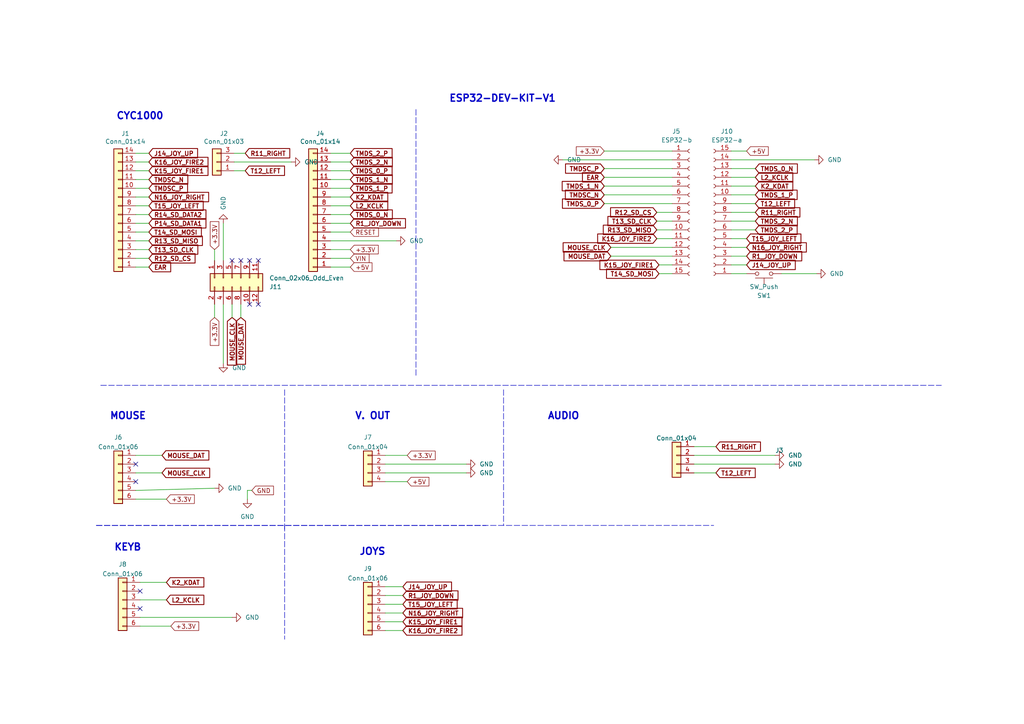
<source format=kicad_sch>
(kicad_sch (version 20211123) (generator eeschema)

  (uuid e63e39d7-6ac0-4ffd-8aa3-1841a4541b55)

  (paper "A4")

  (title_block
    (title "Atlas ESP32 DEV KIT V1 Adapter V0011")
    (date "2023-06-05")
    (rev "0011")
    (company "The Experiment Group")
    (comment 1 "LICENSE OHL CERN V2 S")
    (comment 2 "https://ohwr.org/cern_ohl_s_v2.txt")
  )

  (lib_symbols
    (symbol "Connector:Conn_01x15_Female" (pin_names (offset 1.016) hide) (in_bom yes) (on_board yes)
      (property "Reference" "J" (id 0) (at 0 20.32 0)
        (effects (font (size 1.27 1.27)))
      )
      (property "Value" "Conn_01x15_Female" (id 1) (at 0 -20.32 0)
        (effects (font (size 1.27 1.27)))
      )
      (property "Footprint" "" (id 2) (at 0 0 0)
        (effects (font (size 1.27 1.27)) hide)
      )
      (property "Datasheet" "~" (id 3) (at 0 0 0)
        (effects (font (size 1.27 1.27)) hide)
      )
      (property "ki_keywords" "connector" (id 4) (at 0 0 0)
        (effects (font (size 1.27 1.27)) hide)
      )
      (property "ki_description" "Generic connector, single row, 01x15, script generated (kicad-library-utils/schlib/autogen/connector/)" (id 5) (at 0 0 0)
        (effects (font (size 1.27 1.27)) hide)
      )
      (property "ki_fp_filters" "Connector*:*_1x??_*" (id 6) (at 0 0 0)
        (effects (font (size 1.27 1.27)) hide)
      )
      (symbol "Conn_01x15_Female_1_1"
        (arc (start 0 -17.272) (mid -0.508 -17.78) (end 0 -18.288)
          (stroke (width 0.1524) (type default) (color 0 0 0 0))
          (fill (type none))
        )
        (arc (start 0 -14.732) (mid -0.508 -15.24) (end 0 -15.748)
          (stroke (width 0.1524) (type default) (color 0 0 0 0))
          (fill (type none))
        )
        (arc (start 0 -12.192) (mid -0.508 -12.7) (end 0 -13.208)
          (stroke (width 0.1524) (type default) (color 0 0 0 0))
          (fill (type none))
        )
        (arc (start 0 -9.652) (mid -0.508 -10.16) (end 0 -10.668)
          (stroke (width 0.1524) (type default) (color 0 0 0 0))
          (fill (type none))
        )
        (arc (start 0 -7.112) (mid -0.508 -7.62) (end 0 -8.128)
          (stroke (width 0.1524) (type default) (color 0 0 0 0))
          (fill (type none))
        )
        (arc (start 0 -4.572) (mid -0.508 -5.08) (end 0 -5.588)
          (stroke (width 0.1524) (type default) (color 0 0 0 0))
          (fill (type none))
        )
        (arc (start 0 -2.032) (mid -0.508 -2.54) (end 0 -3.048)
          (stroke (width 0.1524) (type default) (color 0 0 0 0))
          (fill (type none))
        )
        (polyline
          (pts
            (xy -1.27 -17.78)
            (xy -0.508 -17.78)
          )
          (stroke (width 0.1524) (type default) (color 0 0 0 0))
          (fill (type none))
        )
        (polyline
          (pts
            (xy -1.27 -15.24)
            (xy -0.508 -15.24)
          )
          (stroke (width 0.1524) (type default) (color 0 0 0 0))
          (fill (type none))
        )
        (polyline
          (pts
            (xy -1.27 -12.7)
            (xy -0.508 -12.7)
          )
          (stroke (width 0.1524) (type default) (color 0 0 0 0))
          (fill (type none))
        )
        (polyline
          (pts
            (xy -1.27 -10.16)
            (xy -0.508 -10.16)
          )
          (stroke (width 0.1524) (type default) (color 0 0 0 0))
          (fill (type none))
        )
        (polyline
          (pts
            (xy -1.27 -7.62)
            (xy -0.508 -7.62)
          )
          (stroke (width 0.1524) (type default) (color 0 0 0 0))
          (fill (type none))
        )
        (polyline
          (pts
            (xy -1.27 -5.08)
            (xy -0.508 -5.08)
          )
          (stroke (width 0.1524) (type default) (color 0 0 0 0))
          (fill (type none))
        )
        (polyline
          (pts
            (xy -1.27 -2.54)
            (xy -0.508 -2.54)
          )
          (stroke (width 0.1524) (type default) (color 0 0 0 0))
          (fill (type none))
        )
        (polyline
          (pts
            (xy -1.27 0)
            (xy -0.508 0)
          )
          (stroke (width 0.1524) (type default) (color 0 0 0 0))
          (fill (type none))
        )
        (polyline
          (pts
            (xy -1.27 2.54)
            (xy -0.508 2.54)
          )
          (stroke (width 0.1524) (type default) (color 0 0 0 0))
          (fill (type none))
        )
        (polyline
          (pts
            (xy -1.27 5.08)
            (xy -0.508 5.08)
          )
          (stroke (width 0.1524) (type default) (color 0 0 0 0))
          (fill (type none))
        )
        (polyline
          (pts
            (xy -1.27 7.62)
            (xy -0.508 7.62)
          )
          (stroke (width 0.1524) (type default) (color 0 0 0 0))
          (fill (type none))
        )
        (polyline
          (pts
            (xy -1.27 10.16)
            (xy -0.508 10.16)
          )
          (stroke (width 0.1524) (type default) (color 0 0 0 0))
          (fill (type none))
        )
        (polyline
          (pts
            (xy -1.27 12.7)
            (xy -0.508 12.7)
          )
          (stroke (width 0.1524) (type default) (color 0 0 0 0))
          (fill (type none))
        )
        (polyline
          (pts
            (xy -1.27 15.24)
            (xy -0.508 15.24)
          )
          (stroke (width 0.1524) (type default) (color 0 0 0 0))
          (fill (type none))
        )
        (polyline
          (pts
            (xy -1.27 17.78)
            (xy -0.508 17.78)
          )
          (stroke (width 0.1524) (type default) (color 0 0 0 0))
          (fill (type none))
        )
        (arc (start 0 0.508) (mid -0.508 0) (end 0 -0.508)
          (stroke (width 0.1524) (type default) (color 0 0 0 0))
          (fill (type none))
        )
        (arc (start 0 3.048) (mid -0.508 2.54) (end 0 2.032)
          (stroke (width 0.1524) (type default) (color 0 0 0 0))
          (fill (type none))
        )
        (arc (start 0 5.588) (mid -0.508 5.08) (end 0 4.572)
          (stroke (width 0.1524) (type default) (color 0 0 0 0))
          (fill (type none))
        )
        (arc (start 0 8.128) (mid -0.508 7.62) (end 0 7.112)
          (stroke (width 0.1524) (type default) (color 0 0 0 0))
          (fill (type none))
        )
        (arc (start 0 10.668) (mid -0.508 10.16) (end 0 9.652)
          (stroke (width 0.1524) (type default) (color 0 0 0 0))
          (fill (type none))
        )
        (arc (start 0 13.208) (mid -0.508 12.7) (end 0 12.192)
          (stroke (width 0.1524) (type default) (color 0 0 0 0))
          (fill (type none))
        )
        (arc (start 0 15.748) (mid -0.508 15.24) (end 0 14.732)
          (stroke (width 0.1524) (type default) (color 0 0 0 0))
          (fill (type none))
        )
        (arc (start 0 18.288) (mid -0.508 17.78) (end 0 17.272)
          (stroke (width 0.1524) (type default) (color 0 0 0 0))
          (fill (type none))
        )
        (pin passive line (at -5.08 17.78 0) (length 3.81)
          (name "Pin_1" (effects (font (size 1.27 1.27))))
          (number "1" (effects (font (size 1.27 1.27))))
        )
        (pin passive line (at -5.08 -5.08 0) (length 3.81)
          (name "Pin_10" (effects (font (size 1.27 1.27))))
          (number "10" (effects (font (size 1.27 1.27))))
        )
        (pin passive line (at -5.08 -7.62 0) (length 3.81)
          (name "Pin_11" (effects (font (size 1.27 1.27))))
          (number "11" (effects (font (size 1.27 1.27))))
        )
        (pin passive line (at -5.08 -10.16 0) (length 3.81)
          (name "Pin_12" (effects (font (size 1.27 1.27))))
          (number "12" (effects (font (size 1.27 1.27))))
        )
        (pin passive line (at -5.08 -12.7 0) (length 3.81)
          (name "Pin_13" (effects (font (size 1.27 1.27))))
          (number "13" (effects (font (size 1.27 1.27))))
        )
        (pin passive line (at -5.08 -15.24 0) (length 3.81)
          (name "Pin_14" (effects (font (size 1.27 1.27))))
          (number "14" (effects (font (size 1.27 1.27))))
        )
        (pin passive line (at -5.08 -17.78 0) (length 3.81)
          (name "Pin_15" (effects (font (size 1.27 1.27))))
          (number "15" (effects (font (size 1.27 1.27))))
        )
        (pin passive line (at -5.08 15.24 0) (length 3.81)
          (name "Pin_2" (effects (font (size 1.27 1.27))))
          (number "2" (effects (font (size 1.27 1.27))))
        )
        (pin passive line (at -5.08 12.7 0) (length 3.81)
          (name "Pin_3" (effects (font (size 1.27 1.27))))
          (number "3" (effects (font (size 1.27 1.27))))
        )
        (pin passive line (at -5.08 10.16 0) (length 3.81)
          (name "Pin_4" (effects (font (size 1.27 1.27))))
          (number "4" (effects (font (size 1.27 1.27))))
        )
        (pin passive line (at -5.08 7.62 0) (length 3.81)
          (name "Pin_5" (effects (font (size 1.27 1.27))))
          (number "5" (effects (font (size 1.27 1.27))))
        )
        (pin passive line (at -5.08 5.08 0) (length 3.81)
          (name "Pin_6" (effects (font (size 1.27 1.27))))
          (number "6" (effects (font (size 1.27 1.27))))
        )
        (pin passive line (at -5.08 2.54 0) (length 3.81)
          (name "Pin_7" (effects (font (size 1.27 1.27))))
          (number "7" (effects (font (size 1.27 1.27))))
        )
        (pin passive line (at -5.08 0 0) (length 3.81)
          (name "Pin_8" (effects (font (size 1.27 1.27))))
          (number "8" (effects (font (size 1.27 1.27))))
        )
        (pin passive line (at -5.08 -2.54 0) (length 3.81)
          (name "Pin_9" (effects (font (size 1.27 1.27))))
          (number "9" (effects (font (size 1.27 1.27))))
        )
      )
    )
    (symbol "Connector_Generic:Conn_01x03" (pin_names (offset 1.016) hide) (in_bom yes) (on_board yes)
      (property "Reference" "J" (id 0) (at 0 5.08 0)
        (effects (font (size 1.27 1.27)))
      )
      (property "Value" "Conn_01x03" (id 1) (at 0 -5.08 0)
        (effects (font (size 1.27 1.27)))
      )
      (property "Footprint" "" (id 2) (at 0 0 0)
        (effects (font (size 1.27 1.27)) hide)
      )
      (property "Datasheet" "~" (id 3) (at 0 0 0)
        (effects (font (size 1.27 1.27)) hide)
      )
      (property "ki_keywords" "connector" (id 4) (at 0 0 0)
        (effects (font (size 1.27 1.27)) hide)
      )
      (property "ki_description" "Generic connector, single row, 01x03, script generated (kicad-library-utils/schlib/autogen/connector/)" (id 5) (at 0 0 0)
        (effects (font (size 1.27 1.27)) hide)
      )
      (property "ki_fp_filters" "Connector*:*_1x??_*" (id 6) (at 0 0 0)
        (effects (font (size 1.27 1.27)) hide)
      )
      (symbol "Conn_01x03_1_1"
        (rectangle (start -1.27 -2.413) (end 0 -2.667)
          (stroke (width 0.1524) (type default) (color 0 0 0 0))
          (fill (type none))
        )
        (rectangle (start -1.27 0.127) (end 0 -0.127)
          (stroke (width 0.1524) (type default) (color 0 0 0 0))
          (fill (type none))
        )
        (rectangle (start -1.27 2.667) (end 0 2.413)
          (stroke (width 0.1524) (type default) (color 0 0 0 0))
          (fill (type none))
        )
        (rectangle (start -1.27 3.81) (end 1.27 -3.81)
          (stroke (width 0.254) (type default) (color 0 0 0 0))
          (fill (type background))
        )
        (pin passive line (at -5.08 2.54 0) (length 3.81)
          (name "Pin_1" (effects (font (size 1.27 1.27))))
          (number "1" (effects (font (size 1.27 1.27))))
        )
        (pin passive line (at -5.08 0 0) (length 3.81)
          (name "Pin_2" (effects (font (size 1.27 1.27))))
          (number "2" (effects (font (size 1.27 1.27))))
        )
        (pin passive line (at -5.08 -2.54 0) (length 3.81)
          (name "Pin_3" (effects (font (size 1.27 1.27))))
          (number "3" (effects (font (size 1.27 1.27))))
        )
      )
    )
    (symbol "Connector_Generic:Conn_01x04" (pin_names (offset 1.016) hide) (in_bom yes) (on_board yes)
      (property "Reference" "J" (id 0) (at 0 5.08 0)
        (effects (font (size 1.27 1.27)))
      )
      (property "Value" "Conn_01x04" (id 1) (at 0 -7.62 0)
        (effects (font (size 1.27 1.27)))
      )
      (property "Footprint" "" (id 2) (at 0 0 0)
        (effects (font (size 1.27 1.27)) hide)
      )
      (property "Datasheet" "~" (id 3) (at 0 0 0)
        (effects (font (size 1.27 1.27)) hide)
      )
      (property "ki_keywords" "connector" (id 4) (at 0 0 0)
        (effects (font (size 1.27 1.27)) hide)
      )
      (property "ki_description" "Generic connector, single row, 01x04, script generated (kicad-library-utils/schlib/autogen/connector/)" (id 5) (at 0 0 0)
        (effects (font (size 1.27 1.27)) hide)
      )
      (property "ki_fp_filters" "Connector*:*_1x??_*" (id 6) (at 0 0 0)
        (effects (font (size 1.27 1.27)) hide)
      )
      (symbol "Conn_01x04_1_1"
        (rectangle (start -1.27 -4.953) (end 0 -5.207)
          (stroke (width 0.1524) (type default) (color 0 0 0 0))
          (fill (type none))
        )
        (rectangle (start -1.27 -2.413) (end 0 -2.667)
          (stroke (width 0.1524) (type default) (color 0 0 0 0))
          (fill (type none))
        )
        (rectangle (start -1.27 0.127) (end 0 -0.127)
          (stroke (width 0.1524) (type default) (color 0 0 0 0))
          (fill (type none))
        )
        (rectangle (start -1.27 2.667) (end 0 2.413)
          (stroke (width 0.1524) (type default) (color 0 0 0 0))
          (fill (type none))
        )
        (rectangle (start -1.27 3.81) (end 1.27 -6.35)
          (stroke (width 0.254) (type default) (color 0 0 0 0))
          (fill (type background))
        )
        (pin passive line (at -5.08 2.54 0) (length 3.81)
          (name "Pin_1" (effects (font (size 1.27 1.27))))
          (number "1" (effects (font (size 1.27 1.27))))
        )
        (pin passive line (at -5.08 0 0) (length 3.81)
          (name "Pin_2" (effects (font (size 1.27 1.27))))
          (number "2" (effects (font (size 1.27 1.27))))
        )
        (pin passive line (at -5.08 -2.54 0) (length 3.81)
          (name "Pin_3" (effects (font (size 1.27 1.27))))
          (number "3" (effects (font (size 1.27 1.27))))
        )
        (pin passive line (at -5.08 -5.08 0) (length 3.81)
          (name "Pin_4" (effects (font (size 1.27 1.27))))
          (number "4" (effects (font (size 1.27 1.27))))
        )
      )
    )
    (symbol "Connector_Generic:Conn_01x06" (pin_names (offset 1.016) hide) (in_bom yes) (on_board yes)
      (property "Reference" "J" (id 0) (at 0 7.62 0)
        (effects (font (size 1.27 1.27)))
      )
      (property "Value" "Conn_01x06" (id 1) (at 0 -10.16 0)
        (effects (font (size 1.27 1.27)))
      )
      (property "Footprint" "" (id 2) (at 0 0 0)
        (effects (font (size 1.27 1.27)) hide)
      )
      (property "Datasheet" "~" (id 3) (at 0 0 0)
        (effects (font (size 1.27 1.27)) hide)
      )
      (property "ki_keywords" "connector" (id 4) (at 0 0 0)
        (effects (font (size 1.27 1.27)) hide)
      )
      (property "ki_description" "Generic connector, single row, 01x06, script generated (kicad-library-utils/schlib/autogen/connector/)" (id 5) (at 0 0 0)
        (effects (font (size 1.27 1.27)) hide)
      )
      (property "ki_fp_filters" "Connector*:*_1x??_*" (id 6) (at 0 0 0)
        (effects (font (size 1.27 1.27)) hide)
      )
      (symbol "Conn_01x06_1_1"
        (rectangle (start -1.27 -7.493) (end 0 -7.747)
          (stroke (width 0.1524) (type default) (color 0 0 0 0))
          (fill (type none))
        )
        (rectangle (start -1.27 -4.953) (end 0 -5.207)
          (stroke (width 0.1524) (type default) (color 0 0 0 0))
          (fill (type none))
        )
        (rectangle (start -1.27 -2.413) (end 0 -2.667)
          (stroke (width 0.1524) (type default) (color 0 0 0 0))
          (fill (type none))
        )
        (rectangle (start -1.27 0.127) (end 0 -0.127)
          (stroke (width 0.1524) (type default) (color 0 0 0 0))
          (fill (type none))
        )
        (rectangle (start -1.27 2.667) (end 0 2.413)
          (stroke (width 0.1524) (type default) (color 0 0 0 0))
          (fill (type none))
        )
        (rectangle (start -1.27 5.207) (end 0 4.953)
          (stroke (width 0.1524) (type default) (color 0 0 0 0))
          (fill (type none))
        )
        (rectangle (start -1.27 6.35) (end 1.27 -8.89)
          (stroke (width 0.254) (type default) (color 0 0 0 0))
          (fill (type background))
        )
        (pin passive line (at -5.08 5.08 0) (length 3.81)
          (name "Pin_1" (effects (font (size 1.27 1.27))))
          (number "1" (effects (font (size 1.27 1.27))))
        )
        (pin passive line (at -5.08 2.54 0) (length 3.81)
          (name "Pin_2" (effects (font (size 1.27 1.27))))
          (number "2" (effects (font (size 1.27 1.27))))
        )
        (pin passive line (at -5.08 0 0) (length 3.81)
          (name "Pin_3" (effects (font (size 1.27 1.27))))
          (number "3" (effects (font (size 1.27 1.27))))
        )
        (pin passive line (at -5.08 -2.54 0) (length 3.81)
          (name "Pin_4" (effects (font (size 1.27 1.27))))
          (number "4" (effects (font (size 1.27 1.27))))
        )
        (pin passive line (at -5.08 -5.08 0) (length 3.81)
          (name "Pin_5" (effects (font (size 1.27 1.27))))
          (number "5" (effects (font (size 1.27 1.27))))
        )
        (pin passive line (at -5.08 -7.62 0) (length 3.81)
          (name "Pin_6" (effects (font (size 1.27 1.27))))
          (number "6" (effects (font (size 1.27 1.27))))
        )
      )
    )
    (symbol "Connector_Generic:Conn_01x14" (pin_names (offset 1.016) hide) (in_bom yes) (on_board yes)
      (property "Reference" "J" (id 0) (at 0 17.78 0)
        (effects (font (size 1.27 1.27)))
      )
      (property "Value" "Conn_01x14" (id 1) (at 0 -20.32 0)
        (effects (font (size 1.27 1.27)))
      )
      (property "Footprint" "" (id 2) (at 0 0 0)
        (effects (font (size 1.27 1.27)) hide)
      )
      (property "Datasheet" "~" (id 3) (at 0 0 0)
        (effects (font (size 1.27 1.27)) hide)
      )
      (property "ki_keywords" "connector" (id 4) (at 0 0 0)
        (effects (font (size 1.27 1.27)) hide)
      )
      (property "ki_description" "Generic connector, single row, 01x14, script generated (kicad-library-utils/schlib/autogen/connector/)" (id 5) (at 0 0 0)
        (effects (font (size 1.27 1.27)) hide)
      )
      (property "ki_fp_filters" "Connector*:*_1x??_*" (id 6) (at 0 0 0)
        (effects (font (size 1.27 1.27)) hide)
      )
      (symbol "Conn_01x14_1_1"
        (rectangle (start -1.27 -17.653) (end 0 -17.907)
          (stroke (width 0.1524) (type default) (color 0 0 0 0))
          (fill (type none))
        )
        (rectangle (start -1.27 -15.113) (end 0 -15.367)
          (stroke (width 0.1524) (type default) (color 0 0 0 0))
          (fill (type none))
        )
        (rectangle (start -1.27 -12.573) (end 0 -12.827)
          (stroke (width 0.1524) (type default) (color 0 0 0 0))
          (fill (type none))
        )
        (rectangle (start -1.27 -10.033) (end 0 -10.287)
          (stroke (width 0.1524) (type default) (color 0 0 0 0))
          (fill (type none))
        )
        (rectangle (start -1.27 -7.493) (end 0 -7.747)
          (stroke (width 0.1524) (type default) (color 0 0 0 0))
          (fill (type none))
        )
        (rectangle (start -1.27 -4.953) (end 0 -5.207)
          (stroke (width 0.1524) (type default) (color 0 0 0 0))
          (fill (type none))
        )
        (rectangle (start -1.27 -2.413) (end 0 -2.667)
          (stroke (width 0.1524) (type default) (color 0 0 0 0))
          (fill (type none))
        )
        (rectangle (start -1.27 0.127) (end 0 -0.127)
          (stroke (width 0.1524) (type default) (color 0 0 0 0))
          (fill (type none))
        )
        (rectangle (start -1.27 2.667) (end 0 2.413)
          (stroke (width 0.1524) (type default) (color 0 0 0 0))
          (fill (type none))
        )
        (rectangle (start -1.27 5.207) (end 0 4.953)
          (stroke (width 0.1524) (type default) (color 0 0 0 0))
          (fill (type none))
        )
        (rectangle (start -1.27 7.747) (end 0 7.493)
          (stroke (width 0.1524) (type default) (color 0 0 0 0))
          (fill (type none))
        )
        (rectangle (start -1.27 10.287) (end 0 10.033)
          (stroke (width 0.1524) (type default) (color 0 0 0 0))
          (fill (type none))
        )
        (rectangle (start -1.27 12.827) (end 0 12.573)
          (stroke (width 0.1524) (type default) (color 0 0 0 0))
          (fill (type none))
        )
        (rectangle (start -1.27 15.367) (end 0 15.113)
          (stroke (width 0.1524) (type default) (color 0 0 0 0))
          (fill (type none))
        )
        (rectangle (start -1.27 16.51) (end 1.27 -19.05)
          (stroke (width 0.254) (type default) (color 0 0 0 0))
          (fill (type background))
        )
        (pin passive line (at -5.08 15.24 0) (length 3.81)
          (name "Pin_1" (effects (font (size 1.27 1.27))))
          (number "1" (effects (font (size 1.27 1.27))))
        )
        (pin passive line (at -5.08 -7.62 0) (length 3.81)
          (name "Pin_10" (effects (font (size 1.27 1.27))))
          (number "10" (effects (font (size 1.27 1.27))))
        )
        (pin passive line (at -5.08 -10.16 0) (length 3.81)
          (name "Pin_11" (effects (font (size 1.27 1.27))))
          (number "11" (effects (font (size 1.27 1.27))))
        )
        (pin passive line (at -5.08 -12.7 0) (length 3.81)
          (name "Pin_12" (effects (font (size 1.27 1.27))))
          (number "12" (effects (font (size 1.27 1.27))))
        )
        (pin passive line (at -5.08 -15.24 0) (length 3.81)
          (name "Pin_13" (effects (font (size 1.27 1.27))))
          (number "13" (effects (font (size 1.27 1.27))))
        )
        (pin passive line (at -5.08 -17.78 0) (length 3.81)
          (name "Pin_14" (effects (font (size 1.27 1.27))))
          (number "14" (effects (font (size 1.27 1.27))))
        )
        (pin passive line (at -5.08 12.7 0) (length 3.81)
          (name "Pin_2" (effects (font (size 1.27 1.27))))
          (number "2" (effects (font (size 1.27 1.27))))
        )
        (pin passive line (at -5.08 10.16 0) (length 3.81)
          (name "Pin_3" (effects (font (size 1.27 1.27))))
          (number "3" (effects (font (size 1.27 1.27))))
        )
        (pin passive line (at -5.08 7.62 0) (length 3.81)
          (name "Pin_4" (effects (font (size 1.27 1.27))))
          (number "4" (effects (font (size 1.27 1.27))))
        )
        (pin passive line (at -5.08 5.08 0) (length 3.81)
          (name "Pin_5" (effects (font (size 1.27 1.27))))
          (number "5" (effects (font (size 1.27 1.27))))
        )
        (pin passive line (at -5.08 2.54 0) (length 3.81)
          (name "Pin_6" (effects (font (size 1.27 1.27))))
          (number "6" (effects (font (size 1.27 1.27))))
        )
        (pin passive line (at -5.08 0 0) (length 3.81)
          (name "Pin_7" (effects (font (size 1.27 1.27))))
          (number "7" (effects (font (size 1.27 1.27))))
        )
        (pin passive line (at -5.08 -2.54 0) (length 3.81)
          (name "Pin_8" (effects (font (size 1.27 1.27))))
          (number "8" (effects (font (size 1.27 1.27))))
        )
        (pin passive line (at -5.08 -5.08 0) (length 3.81)
          (name "Pin_9" (effects (font (size 1.27 1.27))))
          (number "9" (effects (font (size 1.27 1.27))))
        )
      )
    )
    (symbol "Connector_Generic:Conn_02x06_Odd_Even" (pin_names (offset 1.016) hide) (in_bom yes) (on_board yes)
      (property "Reference" "J" (id 0) (at 1.27 7.62 0)
        (effects (font (size 1.27 1.27)))
      )
      (property "Value" "Conn_02x06_Odd_Even" (id 1) (at 1.27 -10.16 0)
        (effects (font (size 1.27 1.27)))
      )
      (property "Footprint" "" (id 2) (at 0 0 0)
        (effects (font (size 1.27 1.27)) hide)
      )
      (property "Datasheet" "~" (id 3) (at 0 0 0)
        (effects (font (size 1.27 1.27)) hide)
      )
      (property "ki_keywords" "connector" (id 4) (at 0 0 0)
        (effects (font (size 1.27 1.27)) hide)
      )
      (property "ki_description" "Generic connector, double row, 02x06, odd/even pin numbering scheme (row 1 odd numbers, row 2 even numbers), script generated (kicad-library-utils/schlib/autogen/connector/)" (id 5) (at 0 0 0)
        (effects (font (size 1.27 1.27)) hide)
      )
      (property "ki_fp_filters" "Connector*:*_2x??_*" (id 6) (at 0 0 0)
        (effects (font (size 1.27 1.27)) hide)
      )
      (symbol "Conn_02x06_Odd_Even_1_1"
        (rectangle (start -1.27 -7.493) (end 0 -7.747)
          (stroke (width 0.1524) (type default) (color 0 0 0 0))
          (fill (type none))
        )
        (rectangle (start -1.27 -4.953) (end 0 -5.207)
          (stroke (width 0.1524) (type default) (color 0 0 0 0))
          (fill (type none))
        )
        (rectangle (start -1.27 -2.413) (end 0 -2.667)
          (stroke (width 0.1524) (type default) (color 0 0 0 0))
          (fill (type none))
        )
        (rectangle (start -1.27 0.127) (end 0 -0.127)
          (stroke (width 0.1524) (type default) (color 0 0 0 0))
          (fill (type none))
        )
        (rectangle (start -1.27 2.667) (end 0 2.413)
          (stroke (width 0.1524) (type default) (color 0 0 0 0))
          (fill (type none))
        )
        (rectangle (start -1.27 5.207) (end 0 4.953)
          (stroke (width 0.1524) (type default) (color 0 0 0 0))
          (fill (type none))
        )
        (rectangle (start -1.27 6.35) (end 3.81 -8.89)
          (stroke (width 0.254) (type default) (color 0 0 0 0))
          (fill (type background))
        )
        (rectangle (start 3.81 -7.493) (end 2.54 -7.747)
          (stroke (width 0.1524) (type default) (color 0 0 0 0))
          (fill (type none))
        )
        (rectangle (start 3.81 -4.953) (end 2.54 -5.207)
          (stroke (width 0.1524) (type default) (color 0 0 0 0))
          (fill (type none))
        )
        (rectangle (start 3.81 -2.413) (end 2.54 -2.667)
          (stroke (width 0.1524) (type default) (color 0 0 0 0))
          (fill (type none))
        )
        (rectangle (start 3.81 0.127) (end 2.54 -0.127)
          (stroke (width 0.1524) (type default) (color 0 0 0 0))
          (fill (type none))
        )
        (rectangle (start 3.81 2.667) (end 2.54 2.413)
          (stroke (width 0.1524) (type default) (color 0 0 0 0))
          (fill (type none))
        )
        (rectangle (start 3.81 5.207) (end 2.54 4.953)
          (stroke (width 0.1524) (type default) (color 0 0 0 0))
          (fill (type none))
        )
        (pin passive line (at -5.08 5.08 0) (length 3.81)
          (name "Pin_1" (effects (font (size 1.27 1.27))))
          (number "1" (effects (font (size 1.27 1.27))))
        )
        (pin passive line (at 7.62 -5.08 180) (length 3.81)
          (name "Pin_10" (effects (font (size 1.27 1.27))))
          (number "10" (effects (font (size 1.27 1.27))))
        )
        (pin passive line (at -5.08 -7.62 0) (length 3.81)
          (name "Pin_11" (effects (font (size 1.27 1.27))))
          (number "11" (effects (font (size 1.27 1.27))))
        )
        (pin passive line (at 7.62 -7.62 180) (length 3.81)
          (name "Pin_12" (effects (font (size 1.27 1.27))))
          (number "12" (effects (font (size 1.27 1.27))))
        )
        (pin passive line (at 7.62 5.08 180) (length 3.81)
          (name "Pin_2" (effects (font (size 1.27 1.27))))
          (number "2" (effects (font (size 1.27 1.27))))
        )
        (pin passive line (at -5.08 2.54 0) (length 3.81)
          (name "Pin_3" (effects (font (size 1.27 1.27))))
          (number "3" (effects (font (size 1.27 1.27))))
        )
        (pin passive line (at 7.62 2.54 180) (length 3.81)
          (name "Pin_4" (effects (font (size 1.27 1.27))))
          (number "4" (effects (font (size 1.27 1.27))))
        )
        (pin passive line (at -5.08 0 0) (length 3.81)
          (name "Pin_5" (effects (font (size 1.27 1.27))))
          (number "5" (effects (font (size 1.27 1.27))))
        )
        (pin passive line (at 7.62 0 180) (length 3.81)
          (name "Pin_6" (effects (font (size 1.27 1.27))))
          (number "6" (effects (font (size 1.27 1.27))))
        )
        (pin passive line (at -5.08 -2.54 0) (length 3.81)
          (name "Pin_7" (effects (font (size 1.27 1.27))))
          (number "7" (effects (font (size 1.27 1.27))))
        )
        (pin passive line (at 7.62 -2.54 180) (length 3.81)
          (name "Pin_8" (effects (font (size 1.27 1.27))))
          (number "8" (effects (font (size 1.27 1.27))))
        )
        (pin passive line (at -5.08 -5.08 0) (length 3.81)
          (name "Pin_9" (effects (font (size 1.27 1.27))))
          (number "9" (effects (font (size 1.27 1.27))))
        )
      )
    )
    (symbol "Switch:SW_Push" (pin_numbers hide) (pin_names (offset 1.016) hide) (in_bom yes) (on_board yes)
      (property "Reference" "SW" (id 0) (at 1.27 2.54 0)
        (effects (font (size 1.27 1.27)) (justify left))
      )
      (property "Value" "SW_Push" (id 1) (at 0 -1.524 0)
        (effects (font (size 1.27 1.27)))
      )
      (property "Footprint" "" (id 2) (at 0 5.08 0)
        (effects (font (size 1.27 1.27)) hide)
      )
      (property "Datasheet" "~" (id 3) (at 0 5.08 0)
        (effects (font (size 1.27 1.27)) hide)
      )
      (property "ki_keywords" "switch normally-open pushbutton push-button" (id 4) (at 0 0 0)
        (effects (font (size 1.27 1.27)) hide)
      )
      (property "ki_description" "Push button switch, generic, two pins" (id 5) (at 0 0 0)
        (effects (font (size 1.27 1.27)) hide)
      )
      (symbol "SW_Push_0_1"
        (circle (center -2.032 0) (radius 0.508)
          (stroke (width 0) (type default) (color 0 0 0 0))
          (fill (type none))
        )
        (polyline
          (pts
            (xy 0 1.27)
            (xy 0 3.048)
          )
          (stroke (width 0) (type default) (color 0 0 0 0))
          (fill (type none))
        )
        (polyline
          (pts
            (xy 2.54 1.27)
            (xy -2.54 1.27)
          )
          (stroke (width 0) (type default) (color 0 0 0 0))
          (fill (type none))
        )
        (circle (center 2.032 0) (radius 0.508)
          (stroke (width 0) (type default) (color 0 0 0 0))
          (fill (type none))
        )
        (pin passive line (at -5.08 0 0) (length 2.54)
          (name "1" (effects (font (size 1.27 1.27))))
          (number "1" (effects (font (size 1.27 1.27))))
        )
        (pin passive line (at 5.08 0 180) (length 2.54)
          (name "2" (effects (font (size 1.27 1.27))))
          (number "2" (effects (font (size 1.27 1.27))))
        )
      )
    )
    (symbol "power:GND" (power) (pin_names (offset 0)) (in_bom yes) (on_board yes)
      (property "Reference" "#PWR" (id 0) (at 0 -6.35 0)
        (effects (font (size 1.27 1.27)) hide)
      )
      (property "Value" "GND" (id 1) (at 0 -3.81 0)
        (effects (font (size 1.27 1.27)))
      )
      (property "Footprint" "" (id 2) (at 0 0 0)
        (effects (font (size 1.27 1.27)) hide)
      )
      (property "Datasheet" "" (id 3) (at 0 0 0)
        (effects (font (size 1.27 1.27)) hide)
      )
      (property "ki_keywords" "global power" (id 4) (at 0 0 0)
        (effects (font (size 1.27 1.27)) hide)
      )
      (property "ki_description" "Power symbol creates a global label with name \"GND\" , ground" (id 5) (at 0 0 0)
        (effects (font (size 1.27 1.27)) hide)
      )
      (symbol "GND_0_1"
        (polyline
          (pts
            (xy 0 0)
            (xy 0 -1.27)
            (xy 1.27 -1.27)
            (xy 0 -2.54)
            (xy -1.27 -1.27)
            (xy 0 -1.27)
          )
          (stroke (width 0) (type default) (color 0 0 0 0))
          (fill (type none))
        )
      )
      (symbol "GND_1_1"
        (pin power_in line (at 0 0 270) (length 0) hide
          (name "GND" (effects (font (size 1.27 1.27))))
          (number "1" (effects (font (size 1.27 1.27))))
        )
      )
    )
  )


  (no_connect (at 72.39 88.265) (uuid 111502d3-bc4d-4c1c-8080-dca0e817f1c9))
  (no_connect (at 67.31 75.565) (uuid 253c03d4-f5f3-4d96-a1f6-25a3192db621))
  (no_connect (at 72.39 75.565) (uuid 4984d990-bf68-45fe-a1e7-29a427c19cd1))
  (no_connect (at 39.37 134.62) (uuid 6b9cdc51-fb41-43d3-89ed-207c225d9a4d))
  (no_connect (at 39.37 139.7) (uuid 6b9cdc51-fb41-43d3-89ed-207c225d9a4e))
  (no_connect (at 74.93 88.265) (uuid 8e190700-09f3-425d-b8b0-1e01b71238a4))
  (no_connect (at 40.64 171.45) (uuid a23b33eb-dec5-42a0-a954-7af99bc992ed))
  (no_connect (at 74.93 75.565) (uuid d4fc3f49-7257-4a58-a468-feb94ddbf5cc))
  (no_connect (at 69.85 75.565) (uuid d91c0830-751b-4673-954e-a68ebe38cd04))
  (no_connect (at 40.64 176.53) (uuid dbc440e0-a6ca-4845-8268-64fd301b902d))

  (wire (pts (xy 190.5 66.675) (xy 194.945 66.675))
    (stroke (width 0) (type default) (color 0 0 0 0))
    (uuid 00c06e1f-e39d-48bb-a0ab-3092128a438d)
  )
  (wire (pts (xy 101.6 74.93) (xy 95.885 74.93))
    (stroke (width 0) (type default) (color 0 0 0 0))
    (uuid 038e9792-bbbd-4d6a-ad41-0356a4fa93a7)
  )
  (wire (pts (xy 175.26 51.435) (xy 194.945 51.435))
    (stroke (width 0) (type default) (color 0 0 0 0))
    (uuid 09d12ea9-b9e2-4a19-88a4-1275264559ae)
  )
  (wire (pts (xy 43.18 72.39) (xy 39.37 72.39))
    (stroke (width 0) (type default) (color 0 0 0 0))
    (uuid 0a0fd5be-e7b2-43ae-9195-9d5873c1bab6)
  )
  (wire (pts (xy 219.075 56.515) (xy 212.09 56.515))
    (stroke (width 0) (type default) (color 0 0 0 0))
    (uuid 0dabea4f-68d2-4f7e-a724-f66293d5f6ed)
  )
  (wire (pts (xy 111.76 139.7) (xy 118.11 139.7))
    (stroke (width 0) (type default) (color 0 0 0 0))
    (uuid 103b1e01-3d39-4a78-967b-eefba89244a8)
  )
  (wire (pts (xy 40.64 181.61) (xy 49.53 181.61))
    (stroke (width 0) (type default) (color 0 0 0 0))
    (uuid 1071197f-2a7a-4b35-82fa-f82de863eebe)
  )
  (wire (pts (xy 219.075 51.435) (xy 212.09 51.435))
    (stroke (width 0) (type default) (color 0 0 0 0))
    (uuid 11b23d43-8011-4cc9-b5fd-d9aaeaf16137)
  )
  (wire (pts (xy 39.37 67.31) (xy 43.18 67.31))
    (stroke (width 0) (type default) (color 0 0 0 0))
    (uuid 18ea3245-215a-4186-bfd3-103d2b826964)
  )
  (wire (pts (xy 201.295 137.16) (xy 207.645 137.16))
    (stroke (width 0) (type default) (color 0 0 0 0))
    (uuid 1ac3c9fd-ae66-4c2c-a1f9-6966dd3aff14)
  )
  (wire (pts (xy 219.075 53.975) (xy 212.09 53.975))
    (stroke (width 0) (type default) (color 0 0 0 0))
    (uuid 21e11c51-515a-4d19-b852-de086cffb3a8)
  )
  (wire (pts (xy 201.295 129.54) (xy 207.645 129.54))
    (stroke (width 0) (type default) (color 0 0 0 0))
    (uuid 24a44463-3bd8-4989-9d23-cd23b210ee51)
  )
  (wire (pts (xy 175.26 56.515) (xy 194.945 56.515))
    (stroke (width 0) (type default) (color 0 0 0 0))
    (uuid 25a9ac0d-85d1-49ad-8912-836ca939d1de)
  )
  (wire (pts (xy 175.26 48.895) (xy 194.945 48.895))
    (stroke (width 0) (type default) (color 0 0 0 0))
    (uuid 2757aef7-8120-4457-b9f0-f642318a03f6)
  )
  (wire (pts (xy 67.31 179.07) (xy 40.64 179.07))
    (stroke (width 0) (type default) (color 0 0 0 0))
    (uuid 296b4180-774a-43a6-8acd-d015c5fc10fb)
  )
  (wire (pts (xy 95.885 46.99) (xy 101.6 46.99))
    (stroke (width 0) (type default) (color 0 0 0 0))
    (uuid 2a87db75-06c1-42be-8ebe-b406cb7d5e92)
  )
  (wire (pts (xy 190.5 64.135) (xy 194.945 64.135))
    (stroke (width 0) (type default) (color 0 0 0 0))
    (uuid 2b238fd0-52a1-4260-a763-abe45e6b6e68)
  )
  (wire (pts (xy 39.37 44.45) (xy 43.18 44.45))
    (stroke (width 0) (type default) (color 0 0 0 0))
    (uuid 2b9d82dc-960e-4ccd-884e-5d8ee0b642eb)
  )
  (wire (pts (xy 39.37 57.15) (xy 43.18 57.15))
    (stroke (width 0) (type default) (color 0 0 0 0))
    (uuid 2bfa8f8d-cc33-4fca-be0b-891466c4dc5e)
  )
  (wire (pts (xy 95.885 54.61) (xy 101.6 54.61))
    (stroke (width 0) (type default) (color 0 0 0 0))
    (uuid 2dcff979-8e88-4387-9cce-d89792aa9b6b)
  )
  (wire (pts (xy 111.76 170.18) (xy 116.84 170.18))
    (stroke (width 0) (type default) (color 0 0 0 0))
    (uuid 2e2660b3-5efc-40b2-b674-ddba59c846e3)
  )
  (wire (pts (xy 39.37 74.93) (xy 43.18 74.93))
    (stroke (width 0) (type default) (color 0 0 0 0))
    (uuid 316d1ce4-a05b-435e-9135-3983d49264ca)
  )
  (wire (pts (xy 40.64 168.91) (xy 48.26 168.91))
    (stroke (width 0) (type default) (color 0 0 0 0))
    (uuid 32481892-a448-4b23-9b38-1037047254b4)
  )
  (wire (pts (xy 224.79 132.08) (xy 201.295 132.08))
    (stroke (width 0) (type default) (color 0 0 0 0))
    (uuid 358ea74a-018a-4315-85f8-3c5c111ae6e6)
  )
  (wire (pts (xy 177.165 71.755) (xy 194.945 71.755))
    (stroke (width 0) (type default) (color 0 0 0 0))
    (uuid 363f5ff1-d6ce-4c38-92a4-7e0361f51377)
  )
  (wire (pts (xy 95.885 52.07) (xy 101.6 52.07))
    (stroke (width 0) (type default) (color 0 0 0 0))
    (uuid 367c86df-c904-4b5a-911a-b1928e1c33ea)
  )
  (wire (pts (xy 111.76 172.72) (xy 116.84 172.72))
    (stroke (width 0) (type default) (color 0 0 0 0))
    (uuid 3734a74d-04d2-4c4c-a336-885671673714)
  )
  (wire (pts (xy 219.075 59.055) (xy 212.09 59.055))
    (stroke (width 0) (type default) (color 0 0 0 0))
    (uuid 37c14f1d-7a58-4c5c-9eaf-e8e7d77cb4cb)
  )
  (wire (pts (xy 190.5 69.215) (xy 194.945 69.215))
    (stroke (width 0) (type default) (color 0 0 0 0))
    (uuid 382abaaf-6f71-40b4-b5a1-931e70944f66)
  )
  (wire (pts (xy 175.26 59.055) (xy 194.945 59.055))
    (stroke (width 0) (type default) (color 0 0 0 0))
    (uuid 3d429bbb-e97a-4825-907c-144e2447f610)
  )
  (wire (pts (xy 95.885 44.45) (xy 101.6 44.45))
    (stroke (width 0) (type default) (color 0 0 0 0))
    (uuid 4373d9c4-82aa-4cac-b73d-946ee27a0b2d)
  )
  (polyline (pts (xy 146.05 113.03) (xy 146.05 152.4))
    (stroke (width 0) (type default) (color 0 0 0 0))
    (uuid 458f4e9e-6e80-48df-947f-f1c98493ccda)
  )

  (wire (pts (xy 95.885 59.69) (xy 101.6 59.69))
    (stroke (width 0) (type default) (color 0 0 0 0))
    (uuid 471665be-aad0-41d8-8ecf-9c7fdb131f1d)
  )
  (wire (pts (xy 64.77 64.77) (xy 64.77 75.565))
    (stroke (width 0) (type default) (color 0 0 0 0))
    (uuid 481c566b-603e-4c83-9dc8-60b2d0a83dde)
  )
  (wire (pts (xy 111.76 182.88) (xy 116.84 182.88))
    (stroke (width 0) (type default) (color 0 0 0 0))
    (uuid 48275b40-b544-44dd-830f-6aae35378b04)
  )
  (wire (pts (xy 62.23 141.605) (xy 39.37 142.24))
    (stroke (width 0) (type default) (color 0 0 0 0))
    (uuid 48dfd8ba-0a22-49cc-8940-bb1b1f774008)
  )
  (wire (pts (xy 111.76 132.08) (xy 118.11 132.08))
    (stroke (width 0) (type default) (color 0 0 0 0))
    (uuid 4b8c8ee6-ceb1-4d24-9562-8656f955fdbd)
  )
  (wire (pts (xy 216.535 74.295) (xy 212.09 74.295))
    (stroke (width 0) (type default) (color 0 0 0 0))
    (uuid 51518157-cbb0-4ea8-a982-c56cd795cb40)
  )
  (wire (pts (xy 95.885 64.77) (xy 101.6 64.77))
    (stroke (width 0) (type default) (color 0 0 0 0))
    (uuid 5a2fda27-7909-4f86-b4b4-d7ab024d7128)
  )
  (wire (pts (xy 135.255 137.16) (xy 111.76 137.16))
    (stroke (width 0) (type default) (color 0 0 0 0))
    (uuid 5a9d81c6-a70b-41a7-9dd3-802d9b046b2e)
  )
  (wire (pts (xy 95.885 77.47) (xy 101.6 77.47))
    (stroke (width 0) (type default) (color 0 0 0 0))
    (uuid 5ac1148b-bb0a-459c-ad6e-b0b4fa0db0e2)
  )
  (wire (pts (xy 67.945 49.53) (xy 71.12 49.53))
    (stroke (width 0) (type default) (color 0 0 0 0))
    (uuid 5b1c366c-a9d0-4d82-9e05-a07c5a4e2ef7)
  )
  (polyline (pts (xy 27.94 152.4) (xy 140.97 152.4))
    (stroke (width 0) (type default) (color 0 0 0 0))
    (uuid 5f670bb5-8cc8-455b-8eb9-50a540eb8350)
  )

  (wire (pts (xy 111.76 177.8) (xy 116.84 177.8))
    (stroke (width 0) (type default) (color 0 0 0 0))
    (uuid 63f8506c-1818-43ed-813e-e88d7bc1f701)
  )
  (wire (pts (xy 39.37 77.47) (xy 43.18 77.47))
    (stroke (width 0) (type default) (color 0 0 0 0))
    (uuid 6808be3b-445c-41cd-a59b-d445c1208ea1)
  )
  (wire (pts (xy 216.535 43.815) (xy 212.09 43.815))
    (stroke (width 0) (type default) (color 0 0 0 0))
    (uuid 6c7a4e3a-5a39-490e-b7f4-f8a0ac800ff2)
  )
  (polyline (pts (xy 27.94 152.4) (xy 207.01 152.4))
    (stroke (width 0) (type default) (color 0 0 0 0))
    (uuid 6c7fc692-9aaa-4b83-bcc8-05a1d5ae1277)
  )
  (polyline (pts (xy 29.21 111.76) (xy 273.05 111.76))
    (stroke (width 0) (type default) (color 0 0 0 0))
    (uuid 6ddee5d3-a80e-4f2a-b8ce-792cb0e8ebb6)
  )

  (wire (pts (xy 95.885 62.23) (xy 101.6 62.23))
    (stroke (width 0) (type default) (color 0 0 0 0))
    (uuid 6f55a87b-8763-4833-8edc-7075b8c11144)
  )
  (polyline (pts (xy 82.55 113.03) (xy 82.55 153.67))
    (stroke (width 0) (type default) (color 0 0 0 0))
    (uuid 6f7a176e-7b10-45e2-9f0d-a3d8df94ae7a)
  )
  (polyline (pts (xy 82.55 152.4) (xy 82.55 185.42))
    (stroke (width 0) (type default) (color 0 0 0 0))
    (uuid 6fa519fc-fac9-4462-bbc5-6c021d6b9d6c)
  )

  (wire (pts (xy 84.455 46.99) (xy 67.945 46.99))
    (stroke (width 0) (type default) (color 0 0 0 0))
    (uuid 726d60c4-ad1b-469b-80c0-67811f6ed2dd)
  )
  (wire (pts (xy 216.535 76.835) (xy 212.09 76.835))
    (stroke (width 0) (type default) (color 0 0 0 0))
    (uuid 73fcacee-4f10-47a2-aef3-ece056fabf0b)
  )
  (wire (pts (xy 216.535 69.215) (xy 212.09 69.215))
    (stroke (width 0) (type default) (color 0 0 0 0))
    (uuid 74d0c098-ae57-4541-a575-fc183a8ff951)
  )
  (wire (pts (xy 39.37 132.08) (xy 46.99 132.08))
    (stroke (width 0) (type default) (color 0 0 0 0))
    (uuid 76752e48-a448-4dca-84c8-1c4d0d9d956d)
  )
  (wire (pts (xy 219.075 48.895) (xy 212.09 48.895))
    (stroke (width 0) (type default) (color 0 0 0 0))
    (uuid 77274de8-08a7-45ac-baa8-73845f408e33)
  )
  (wire (pts (xy 95.885 49.53) (xy 101.6 49.53))
    (stroke (width 0) (type default) (color 0 0 0 0))
    (uuid 7bcd28f6-599e-4b4b-887c-2d913c3b8148)
  )
  (wire (pts (xy 40.64 173.99) (xy 48.26 173.99))
    (stroke (width 0) (type default) (color 0 0 0 0))
    (uuid 7d0d365f-8d26-4c2b-800d-168f8eb4fea8)
  )
  (wire (pts (xy 216.535 79.375) (xy 212.09 79.375))
    (stroke (width 0) (type default) (color 0 0 0 0))
    (uuid 7e4829fb-7dd8-4019-bf50-0900efb543ef)
  )
  (wire (pts (xy 111.76 180.34) (xy 116.84 180.34))
    (stroke (width 0) (type default) (color 0 0 0 0))
    (uuid 7f344de6-20da-4e69-80cf-22ae8d6b3c03)
  )
  (wire (pts (xy 69.85 88.265) (xy 69.85 92.075))
    (stroke (width 0) (type default) (color 0 0 0 0))
    (uuid 7f612bc8-23f3-42e6-856b-bb15d95ba0cd)
  )
  (wire (pts (xy 43.18 69.85) (xy 39.37 69.85))
    (stroke (width 0) (type default) (color 0 0 0 0))
    (uuid 8606b0d8-3007-467b-bbcc-cd90d302faf3)
  )
  (polyline (pts (xy 120.65 31.75) (xy 120.65 109.22))
    (stroke (width 0) (type default) (color 0 0 0 0))
    (uuid 86db6d16-8857-4b4f-8aa8-004022b1c93a)
  )

  (wire (pts (xy 62.23 72.39) (xy 62.23 75.565))
    (stroke (width 0) (type default) (color 0 0 0 0))
    (uuid 89a33d33-3e29-477a-b49e-30f9199eb0b0)
  )
  (wire (pts (xy 64.77 105.41) (xy 64.77 88.265))
    (stroke (width 0) (type default) (color 0 0 0 0))
    (uuid 8ea3671d-0274-46da-a06b-27598da61400)
  )
  (wire (pts (xy 219.075 61.595) (xy 212.09 61.595))
    (stroke (width 0) (type default) (color 0 0 0 0))
    (uuid 988d11a5-aac5-4dce-82d2-389b72550380)
  )
  (wire (pts (xy 177.165 74.295) (xy 194.945 74.295))
    (stroke (width 0) (type default) (color 0 0 0 0))
    (uuid 9a3f97fd-608c-4f52-bafd-82734de8d550)
  )
  (wire (pts (xy 39.37 62.23) (xy 43.18 62.23))
    (stroke (width 0) (type default) (color 0 0 0 0))
    (uuid 9b73c618-953a-4d86-bb06-25881e91fe42)
  )
  (wire (pts (xy 135.255 134.62) (xy 111.76 134.62))
    (stroke (width 0) (type default) (color 0 0 0 0))
    (uuid 9c8afa03-fe5b-491b-9065-f72900878bfe)
  )
  (wire (pts (xy 219.075 66.675) (xy 212.09 66.675))
    (stroke (width 0) (type default) (color 0 0 0 0))
    (uuid 9d860e01-96be-4809-bbeb-cf0de71d0301)
  )
  (wire (pts (xy 71.755 142.24) (xy 71.755 144.78))
    (stroke (width 0) (type default) (color 0 0 0 0))
    (uuid 9e291b26-e739-483a-a80a-4a867942bbd5)
  )
  (wire (pts (xy 163.195 46.355) (xy 194.945 46.355))
    (stroke (width 0) (type default) (color 0 0 0 0))
    (uuid a0210bb9-3ced-4376-a73b-1b13f46b00ab)
  )
  (wire (pts (xy 226.695 79.375) (xy 236.855 79.375))
    (stroke (width 0) (type default) (color 0 0 0 0))
    (uuid a1b48c98-955d-4061-8021-2d701a8ad2f3)
  )
  (wire (pts (xy 175.26 43.815) (xy 194.945 43.815))
    (stroke (width 0) (type default) (color 0 0 0 0))
    (uuid a26367c8-1820-4417-b467-027407170506)
  )
  (wire (pts (xy 39.37 137.16) (xy 46.99 137.16))
    (stroke (width 0) (type default) (color 0 0 0 0))
    (uuid af384b37-0d3e-4773-8aa7-c84ea245fb91)
  )
  (wire (pts (xy 114.935 69.85) (xy 95.885 69.85))
    (stroke (width 0) (type default) (color 0 0 0 0))
    (uuid af75f823-b8d1-4ca1-9023-b668125b0b92)
  )
  (wire (pts (xy 190.5 61.595) (xy 194.945 61.595))
    (stroke (width 0) (type default) (color 0 0 0 0))
    (uuid bc42aacd-c9eb-470d-a60f-34dc21151489)
  )
  (wire (pts (xy 191.135 76.835) (xy 194.945 76.835))
    (stroke (width 0) (type default) (color 0 0 0 0))
    (uuid c2c01efa-9939-49d9-a36c-c16fc243ebd3)
  )
  (wire (pts (xy 43.18 64.77) (xy 39.37 64.77))
    (stroke (width 0) (type default) (color 0 0 0 0))
    (uuid c3137a48-f0ed-425a-8950-1b3b801573be)
  )
  (wire (pts (xy 67.945 44.45) (xy 71.12 44.45))
    (stroke (width 0) (type default) (color 0 0 0 0))
    (uuid c39f9536-e31c-4b63-91f7-dce7a3df64d0)
  )
  (wire (pts (xy 219.075 64.135) (xy 212.09 64.135))
    (stroke (width 0) (type default) (color 0 0 0 0))
    (uuid c44e7158-5453-41f3-8fbc-a68596453bef)
  )
  (wire (pts (xy 39.37 54.61) (xy 43.18 54.61))
    (stroke (width 0) (type default) (color 0 0 0 0))
    (uuid d35d45d7-c2cf-424c-b81e-b94d0bf31e08)
  )
  (wire (pts (xy 236.22 46.355) (xy 212.09 46.355))
    (stroke (width 0) (type default) (color 0 0 0 0))
    (uuid d5d75089-e4d6-49a4-9d5c-b0c54a84ed71)
  )
  (wire (pts (xy 95.885 67.31) (xy 101.6 67.31))
    (stroke (width 0) (type default) (color 0 0 0 0))
    (uuid d5f7dfce-1639-4838-98b9-48a4e04a7873)
  )
  (wire (pts (xy 191.135 79.375) (xy 194.945 79.375))
    (stroke (width 0) (type default) (color 0 0 0 0))
    (uuid d6d19114-1bc0-406d-a583-cecd9ebaed79)
  )
  (wire (pts (xy 62.23 92.075) (xy 62.23 88.265))
    (stroke (width 0) (type default) (color 0 0 0 0))
    (uuid d6d93690-de40-4706-845a-84f06ee07562)
  )
  (wire (pts (xy 224.79 134.62) (xy 201.295 134.62))
    (stroke (width 0) (type default) (color 0 0 0 0))
    (uuid d7e243f1-17ac-477f-84e8-5ef7b216f2de)
  )
  (wire (pts (xy 39.37 144.78) (xy 48.26 144.78))
    (stroke (width 0) (type default) (color 0 0 0 0))
    (uuid d803dee4-2f70-4c55-be7c-684086c372ca)
  )
  (wire (pts (xy 73.025 142.24) (xy 71.755 142.24))
    (stroke (width 0) (type default) (color 0 0 0 0))
    (uuid e2698068-4ff4-4736-a729-237218787bcd)
  )
  (wire (pts (xy 39.37 52.07) (xy 43.18 52.07))
    (stroke (width 0) (type default) (color 0 0 0 0))
    (uuid e82ebb99-a6b9-48fa-9aa1-331985f42c93)
  )
  (wire (pts (xy 39.37 46.99) (xy 43.18 46.99))
    (stroke (width 0) (type default) (color 0 0 0 0))
    (uuid e86c5d55-d68b-4073-965d-7dcc52c79353)
  )
  (wire (pts (xy 95.885 57.15) (xy 101.6 57.15))
    (stroke (width 0) (type default) (color 0 0 0 0))
    (uuid e88004f0-d08d-4eca-ae1b-3c03340172f8)
  )
  (wire (pts (xy 39.37 49.53) (xy 43.18 49.53))
    (stroke (width 0) (type default) (color 0 0 0 0))
    (uuid ebb6575a-9052-4459-a1ad-76552ccc3f00)
  )
  (wire (pts (xy 95.885 72.39) (xy 101.6 72.39))
    (stroke (width 0) (type default) (color 0 0 0 0))
    (uuid ef0cc654-a079-4860-8b50-a457516d6bb2)
  )
  (wire (pts (xy 39.37 59.69) (xy 43.18 59.69))
    (stroke (width 0) (type default) (color 0 0 0 0))
    (uuid f01b3c23-82ba-47f2-9d13-6dc40a6ed6cc)
  )
  (wire (pts (xy 216.535 71.755) (xy 212.09 71.755))
    (stroke (width 0) (type default) (color 0 0 0 0))
    (uuid f28d7643-dddf-4836-8e23-176c9cab4f2c)
  )
  (wire (pts (xy 175.26 53.975) (xy 194.945 53.975))
    (stroke (width 0) (type default) (color 0 0 0 0))
    (uuid f5035368-7294-4036-8936-579905e1064f)
  )
  (wire (pts (xy 111.76 175.26) (xy 116.84 175.26))
    (stroke (width 0) (type default) (color 0 0 0 0))
    (uuid fabe51a3-19da-4295-81f8-fdc3889ac725)
  )
  (wire (pts (xy 67.31 92.075) (xy 67.31 88.265))
    (stroke (width 0) (type default) (color 0 0 0 0))
    (uuid fe67003c-067c-4304-83c5-5e4333f40fc0)
  )

  (text "MOUSE" (at 31.75 121.92 0)
    (effects (font (size 2.0066 2.0066) (thickness 0.4013) bold) (justify left bottom))
    (uuid 0a4048c7-624d-4fa3-ba3c-7ff3245e1912)
  )
  (text "CYC1000" (at 33.655 34.925 0)
    (effects (font (size 2.0066 2.0066) (thickness 0.4013) bold) (justify left bottom))
    (uuid 18794377-ee1b-428c-9558-1650a3c90ad2)
  )
  (text "AUDIO" (at 158.75 121.92 0)
    (effects (font (size 2.0066 2.0066) (thickness 0.4013) bold) (justify left bottom))
    (uuid 23242365-50ae-48d5-a9aa-0a0daf0a0c7b)
  )
  (text "KEYB" (at 33.02 160.02 0)
    (effects (font (size 2.0066 2.0066) (thickness 0.4013) bold) (justify left bottom))
    (uuid 460fbcf1-3e76-49f5-896e-a964f863b2bc)
  )
  (text "JOYS" (at 104.14 161.29 0)
    (effects (font (size 2.0066 2.0066) (thickness 0.4013) bold) (justify left bottom))
    (uuid 85cde129-289d-4158-845f-997340f77ff5)
  )
  (text "ESP32-DEV-KIT-V1\n" (at 130.175 29.845 0)
    (effects (font (size 2.0066 2.0066) (thickness 0.4013) bold) (justify left bottom))
    (uuid 9fde634b-ce50-4c6f-b6c8-d04bdc133a02)
  )
  (text "V. OUT" (at 102.87 121.92 0)
    (effects (font (size 2.0066 2.0066) (thickness 0.4013) bold) (justify left bottom))
    (uuid f9135800-400e-4c0f-b8ef-39cd4c7532ee)
  )

  (global_label "R13_SD_MISO" (shape input) (at 43.18 69.85 0) (fields_autoplaced)
    (effects (font (size 1.27 1.27) (thickness 0.254) bold) (justify left))
    (uuid 004ddc1b-89bc-4bb9-81f0-fc90a1d5faef)
    (property "Intersheet References" "${INTERSHEET_REFS}" (id 0) (at 12.065 12.065 0)
      (effects (font (size 1.27 1.27)) hide)
    )
  )
  (global_label "TMDS_0_N" (shape input) (at 219.075 48.895 0) (fields_autoplaced)
    (effects (font (size 1.27 1.27) (thickness 0.254) bold) (justify left))
    (uuid 0323236d-02c2-4519-810b-868d4109cb21)
    (property "Intersheet References" "${INTERSHEET_REFS}" (id 0) (at 101.6 -1.27 0)
      (effects (font (size 1.27 1.27)) hide)
    )
  )
  (global_label "R1_JOY_DOWN" (shape input) (at 116.84 172.72 0) (fields_autoplaced)
    (effects (font (size 1.27 1.27) (thickness 0.254) bold) (justify left))
    (uuid 0441f25d-a2b7-4ef8-89f8-fdf406c0b88f)
    (property "Intersheet References" "${INTERSHEET_REFS}" (id 0) (at -0.635 225.425 0)
      (effects (font (size 1.27 1.27)) hide)
    )
  )
  (global_label "T15_JOY_LEFT" (shape input) (at 116.84 175.26 0) (fields_autoplaced)
    (effects (font (size 1.27 1.27) (thickness 0.254) bold) (justify left))
    (uuid 0582e48c-4c4b-48c0-95e5-2b2a1e39d8be)
    (property "Intersheet References" "${INTERSHEET_REFS}" (id 0) (at 85.725 222.885 0)
      (effects (font (size 1.27 1.27)) hide)
    )
  )
  (global_label "+5V" (shape input) (at 216.535 43.815 0) (fields_autoplaced)
    (effects (font (size 1.27 1.27)) (justify left))
    (uuid 05aa1b06-390a-4d04-a60b-254814fd17bc)
    (property "Intersheet References" "${INTERSHEET_REFS}" (id 0) (at 222.8186 43.7356 0)
      (effects (font (size 1.27 1.27)) (justify left) hide)
    )
  )
  (global_label "T14_SD_MOSI" (shape input) (at 43.18 67.31 0) (fields_autoplaced)
    (effects (font (size 1.27 1.27) (thickness 0.254) bold) (justify left))
    (uuid 05dfeb29-650e-4ed2-94c7-8863543ca180)
    (property "Intersheet References" "${INTERSHEET_REFS}" (id 0) (at 12.065 12.065 0)
      (effects (font (size 1.27 1.27)) hide)
    )
  )
  (global_label "TMDSC_N" (shape input) (at 43.18 52.07 0) (fields_autoplaced)
    (effects (font (size 1.27 1.27) (thickness 0.254) bold) (justify left))
    (uuid 06e5f2ba-84df-4214-b7b2-f6087176c398)
    (property "Intersheet References" "${INTERSHEET_REFS}" (id 0) (at 12.065 12.065 0)
      (effects (font (size 1.27 1.27)) hide)
    )
  )
  (global_label "TMDS_1_N" (shape input) (at 101.6 52.07 0) (fields_autoplaced)
    (effects (font (size 1.27 1.27) (thickness 0.254) bold) (justify left))
    (uuid 0b234bf0-be58-4562-8577-137e46c866fb)
    (property "Intersheet References" "${INTERSHEET_REFS}" (id 0) (at -15.875 12.065 0)
      (effects (font (size 1.27 1.27)) hide)
    )
  )
  (global_label "TMDSC_P" (shape input) (at 175.26 48.895 180) (fields_autoplaced)
    (effects (font (size 1.27 1.27) (thickness 0.254) bold) (justify right))
    (uuid 0c3f6d31-93e6-4b00-abe8-83364c3c63cd)
    (property "Intersheet References" "${INTERSHEET_REFS}" (id 0) (at 206.375 91.44 0)
      (effects (font (size 1.27 1.27)) hide)
    )
  )
  (global_label "T12_LEFT" (shape input) (at 207.645 137.16 0) (fields_autoplaced)
    (effects (font (size 1.27 1.27) (thickness 0.254) bold) (justify left))
    (uuid 0c5077f5-be2e-453a-bb38-f09b0f188ba5)
    (property "Intersheet References" "${INTERSHEET_REFS}" (id 0) (at 148.59 99.695 0)
      (effects (font (size 1.27 1.27)) hide)
    )
  )
  (global_label "R1_JOY_DOWN" (shape input) (at 101.6 64.77 0) (fields_autoplaced)
    (effects (font (size 1.27 1.27) (thickness 0.254) bold) (justify left))
    (uuid 0e25c370-3b33-4524-8c54-6f42f3ac0141)
    (property "Intersheet References" "${INTERSHEET_REFS}" (id 0) (at -15.875 12.065 0)
      (effects (font (size 1.27 1.27)) hide)
    )
  )
  (global_label "+5V" (shape input) (at 101.6 77.47 0) (fields_autoplaced)
    (effects (font (size 1.27 1.27)) (justify left))
    (uuid 11a65561-2ec4-44d9-af2f-288e2c63cc19)
    (property "Intersheet References" "${INTERSHEET_REFS}" (id 0) (at -15.875 12.065 0)
      (effects (font (size 1.27 1.27)) hide)
    )
  )
  (global_label "TMDS_1_N" (shape input) (at 175.26 53.975 180) (fields_autoplaced)
    (effects (font (size 1.27 1.27) (thickness 0.254) bold) (justify right))
    (uuid 1c6871e2-6fd1-49e7-a5bf-e973f1848099)
    (property "Intersheet References" "${INTERSHEET_REFS}" (id 0) (at 292.735 93.98 0)
      (effects (font (size 1.27 1.27)) hide)
    )
  )
  (global_label "MOUSE_CLK" (shape input) (at 177.165 71.755 180) (fields_autoplaced)
    (effects (font (size 1.27 1.27) (thickness 0.254) bold) (justify right))
    (uuid 2205407c-a53e-4bd3-9565-de0a36c286a9)
    (property "Intersheet References" "${INTERSHEET_REFS}" (id 0) (at 163.5548 71.882 0)
      (effects (font (size 1.27 1.27) (thickness 0.254) bold) (justify right) hide)
    )
  )
  (global_label "L2_KCLK" (shape input) (at 48.26 173.99 0) (fields_autoplaced)
    (effects (font (size 1.27 1.27) (thickness 0.254) bold) (justify left))
    (uuid 25a84988-190c-46b3-be3b-509f20c519c6)
    (property "Intersheet References" "${INTERSHEET_REFS}" (id 0) (at -69.215 126.365 0)
      (effects (font (size 1.27 1.27)) hide)
    )
  )
  (global_label "K15_JOY_FIRE1" (shape input) (at 43.18 49.53 0) (fields_autoplaced)
    (effects (font (size 1.27 1.27) (thickness 0.254) bold) (justify left))
    (uuid 2ce92ac6-89d1-4dc9-9f6e-478036d3fc82)
    (property "Intersheet References" "${INTERSHEET_REFS}" (id 0) (at 12.065 12.065 0)
      (effects (font (size 1.27 1.27)) hide)
    )
  )
  (global_label "TMDSC_N" (shape input) (at 175.26 56.515 180) (fields_autoplaced)
    (effects (font (size 1.27 1.27) (thickness 0.254) bold) (justify right))
    (uuid 30bcfc8b-228c-4b20-bd30-46be5d4f9615)
    (property "Intersheet References" "${INTERSHEET_REFS}" (id 0) (at 206.375 96.52 0)
      (effects (font (size 1.27 1.27)) hide)
    )
  )
  (global_label "TMDS_1_P" (shape input) (at 101.6 54.61 0) (fields_autoplaced)
    (effects (font (size 1.27 1.27) (thickness 0.254) bold) (justify left))
    (uuid 324ee9e5-49ee-4fd7-bd7a-ab7bfc05e2ed)
    (property "Intersheet References" "${INTERSHEET_REFS}" (id 0) (at -15.875 12.065 0)
      (effects (font (size 1.27 1.27)) hide)
    )
  )
  (global_label "R12_SD_CS" (shape input) (at 43.18 74.93 0) (fields_autoplaced)
    (effects (font (size 1.27 1.27) (thickness 0.254) bold) (justify left))
    (uuid 34871305-6e40-4a06-a583-0b4e83aff295)
    (property "Intersheet References" "${INTERSHEET_REFS}" (id 0) (at 12.065 12.065 0)
      (effects (font (size 1.27 1.27)) hide)
    )
  )
  (global_label "EAR" (shape input) (at 43.18 77.47 0) (fields_autoplaced)
    (effects (font (size 1.27 1.27) (thickness 0.254) bold) (justify left))
    (uuid 39c6d445-1bf4-43e5-a17e-104b525fa1ea)
    (property "Intersheet References" "${INTERSHEET_REFS}" (id 0) (at 12.065 12.065 0)
      (effects (font (size 1.27 1.27)) hide)
    )
  )
  (global_label "K2_KDAT" (shape input) (at 48.26 168.91 0) (fields_autoplaced)
    (effects (font (size 1.27 1.27) (thickness 0.254) bold) (justify left))
    (uuid 3cbabc8a-98d3-4e8b-87e2-a7aaca6897e2)
    (property "Intersheet References" "${INTERSHEET_REFS}" (id 0) (at -69.215 123.825 0)
      (effects (font (size 1.27 1.27)) hide)
    )
  )
  (global_label "TMDS_2_N" (shape input) (at 219.075 64.135 0) (fields_autoplaced)
    (effects (font (size 1.27 1.27) (thickness 0.254) bold) (justify left))
    (uuid 3e0cabe7-2a6e-4aae-a795-35bd1b9a29ce)
    (property "Intersheet References" "${INTERSHEET_REFS}" (id 0) (at 101.6 29.21 0)
      (effects (font (size 1.27 1.27)) hide)
    )
  )
  (global_label "R1_JOY_DOWN" (shape input) (at 216.535 74.295 0) (fields_autoplaced)
    (effects (font (size 1.27 1.27) (thickness 0.254) bold) (justify left))
    (uuid 3e4d94ad-e378-42ef-bcd7-c7ce39e3b3ca)
    (property "Intersheet References" "${INTERSHEET_REFS}" (id 0) (at 99.06 21.59 0)
      (effects (font (size 1.27 1.27)) hide)
    )
  )
  (global_label "R11_RIGHT" (shape input) (at 207.645 129.54 0) (fields_autoplaced)
    (effects (font (size 1.27 1.27) (thickness 0.254) bold) (justify left))
    (uuid 4128681e-7652-4bc7-8b25-9641fc50e245)
    (property "Intersheet References" "${INTERSHEET_REFS}" (id 0) (at 148.59 97.155 0)
      (effects (font (size 1.27 1.27)) hide)
    )
  )
  (global_label "TMDS_0_P" (shape input) (at 101.6 49.53 0) (fields_autoplaced)
    (effects (font (size 1.27 1.27) (thickness 0.254) bold) (justify left))
    (uuid 45c0d24a-899d-45a8-9179-f4f0cb6e4bdc)
    (property "Intersheet References" "${INTERSHEET_REFS}" (id 0) (at -15.875 12.065 0)
      (effects (font (size 1.27 1.27)) hide)
    )
  )
  (global_label "K16_JOY_FIRE2" (shape input) (at 43.18 46.99 0) (fields_autoplaced)
    (effects (font (size 1.27 1.27) (thickness 0.254) bold) (justify left))
    (uuid 47137ae1-6e37-474c-a18c-7434b2cf6e64)
    (property "Intersheet References" "${INTERSHEET_REFS}" (id 0) (at 12.065 12.065 0)
      (effects (font (size 1.27 1.27)) hide)
    )
  )
  (global_label "+3.3V" (shape input) (at 175.26 43.815 180) (fields_autoplaced)
    (effects (font (size 1.27 1.27)) (justify right))
    (uuid 50d8d80f-b8bf-4f40-aa71-e9a15df665a6)
    (property "Intersheet References" "${INTERSHEET_REFS}" (id 0) (at 167.1621 43.8944 0)
      (effects (font (size 1.27 1.27)) (justify right) hide)
    )
  )
  (global_label "T12_LEFT" (shape input) (at 219.075 59.055 0) (fields_autoplaced)
    (effects (font (size 1.27 1.27) (thickness 0.254) bold) (justify left))
    (uuid 553a401e-fc53-456a-8258-d28ca9f11bc7)
    (property "Intersheet References" "${INTERSHEET_REFS}" (id 0) (at 160.02 21.59 0)
      (effects (font (size 1.27 1.27)) hide)
    )
  )
  (global_label "N16_JOY_RIGHT" (shape input) (at 43.18 57.15 0) (fields_autoplaced)
    (effects (font (size 1.27 1.27) (thickness 0.254) bold) (justify left))
    (uuid 5564f3cc-b04a-437f-873b-97d96d365b24)
    (property "Intersheet References" "${INTERSHEET_REFS}" (id 0) (at 12.065 12.065 0)
      (effects (font (size 1.27 1.27)) hide)
    )
  )
  (global_label "T12_LEFT" (shape input) (at 71.12 49.53 0) (fields_autoplaced)
    (effects (font (size 1.27 1.27) (thickness 0.254) bold) (justify left))
    (uuid 5b939979-83f4-492c-9866-1d110eaa3f6d)
    (property "Intersheet References" "${INTERSHEET_REFS}" (id 0) (at 12.065 12.065 0)
      (effects (font (size 1.27 1.27)) hide)
    )
  )
  (global_label "K2_KDAT" (shape input) (at 219.075 53.975 0) (fields_autoplaced)
    (effects (font (size 1.27 1.27) (thickness 0.254) bold) (justify left))
    (uuid 625185ba-e777-4617-9360-7c67df1f749a)
    (property "Intersheet References" "${INTERSHEET_REFS}" (id 0) (at 101.6 8.89 0)
      (effects (font (size 1.27 1.27)) hide)
    )
  )
  (global_label "R11_RIGHT" (shape input) (at 219.075 61.595 0) (fields_autoplaced)
    (effects (font (size 1.27 1.27) (thickness 0.254) bold) (justify left))
    (uuid 63d253cf-4b20-455c-a90b-badfd168b473)
    (property "Intersheet References" "${INTERSHEET_REFS}" (id 0) (at 160.02 29.21 0)
      (effects (font (size 1.27 1.27)) hide)
    )
  )
  (global_label "T13_SD_CLK" (shape input) (at 43.18 72.39 0) (fields_autoplaced)
    (effects (font (size 1.27 1.27) (thickness 0.254) bold) (justify left))
    (uuid 64713cb1-5833-4312-a762-7f112cc431b6)
    (property "Intersheet References" "${INTERSHEET_REFS}" (id 0) (at 12.065 12.065 0)
      (effects (font (size 1.27 1.27)) hide)
    )
  )
  (global_label "MOUSE_CLK" (shape input) (at 46.99 137.16 0) (fields_autoplaced)
    (effects (font (size 1.27 1.27) (thickness 0.254) bold) (justify left))
    (uuid 6bf8f8d4-e77b-4bb7-9078-3071842e669c)
    (property "Intersheet References" "${INTERSHEET_REFS}" (id 0) (at 60.6002 137.033 0)
      (effects (font (size 1.27 1.27) (thickness 0.254) bold) (justify left) hide)
    )
  )
  (global_label "P14_SD_DATA1" (shape input) (at 43.18 64.77 0) (fields_autoplaced)
    (effects (font (size 1.27 1.27) (thickness 0.254) bold) (justify left))
    (uuid 6c79a9cd-fb14-4078-8d39-42e5a14de4d2)
    (property "Intersheet References" "${INTERSHEET_REFS}" (id 0) (at 12.065 12.065 0)
      (effects (font (size 1.27 1.27)) hide)
    )
  )
  (global_label "L2_KCLK" (shape input) (at 219.075 51.435 0) (fields_autoplaced)
    (effects (font (size 1.27 1.27) (thickness 0.254) bold) (justify left))
    (uuid 70bc3aa0-d405-4e0c-b34c-e89bcb7c717a)
    (property "Intersheet References" "${INTERSHEET_REFS}" (id 0) (at 101.6 3.81 0)
      (effects (font (size 1.27 1.27)) hide)
    )
  )
  (global_label "+3.3V" (shape input) (at 48.26 144.78 0) (fields_autoplaced)
    (effects (font (size 1.27 1.27)) (justify left))
    (uuid 75806d5c-12a7-41be-a63f-61aa3efaeb77)
    (property "Intersheet References" "${INTERSHEET_REFS}" (id 0) (at -69.215 84.455 0)
      (effects (font (size 1.27 1.27)) hide)
    )
  )
  (global_label "+3.3V" (shape input) (at 49.53 181.61 0) (fields_autoplaced)
    (effects (font (size 1.27 1.27)) (justify left))
    (uuid 76ce4b65-9aec-4dcb-b908-9d878636ceec)
    (property "Intersheet References" "${INTERSHEET_REFS}" (id 0) (at -67.945 121.285 0)
      (effects (font (size 1.27 1.27)) hide)
    )
  )
  (global_label "EAR" (shape input) (at 175.26 51.435 180) (fields_autoplaced)
    (effects (font (size 1.27 1.27) (thickness 0.254) bold) (justify right))
    (uuid 7b03a9ef-04c7-4f71-aadd-6f66560c6937)
    (property "Intersheet References" "${INTERSHEET_REFS}" (id 0) (at 206.375 116.84 0)
      (effects (font (size 1.27 1.27)) hide)
    )
  )
  (global_label "+3.3V" (shape input) (at 101.6 72.39 0) (fields_autoplaced)
    (effects (font (size 1.27 1.27)) (justify left))
    (uuid 7c399e77-6ac9-401c-bc55-83c542b43225)
    (property "Intersheet References" "${INTERSHEET_REFS}" (id 0) (at -15.875 12.065 0)
      (effects (font (size 1.27 1.27)) hide)
    )
  )
  (global_label "K15_JOY_FIRE1" (shape input) (at 191.135 76.835 180) (fields_autoplaced)
    (effects (font (size 1.27 1.27) (thickness 0.254) bold) (justify right))
    (uuid 7c633187-5b7f-46d6-83ef-767ac3f4c2ee)
    (property "Intersheet References" "${INTERSHEET_REFS}" (id 0) (at 222.25 114.3 0)
      (effects (font (size 1.27 1.27)) hide)
    )
  )
  (global_label "R13_SD_MISO" (shape input) (at 190.5 66.675 180) (fields_autoplaced)
    (effects (font (size 1.27 1.27) (thickness 0.254) bold) (justify right))
    (uuid 7d75aabb-9894-4f8e-97bf-be569486f7f7)
    (property "Intersheet References" "${INTERSHEET_REFS}" (id 0) (at 221.615 124.46 0)
      (effects (font (size 1.27 1.27)) hide)
    )
  )
  (global_label "+3.3V" (shape input) (at 118.11 132.08 0) (fields_autoplaced)
    (effects (font (size 1.27 1.27)) (justify left))
    (uuid 7f3e5328-02e7-497b-bcc2-3c96f5c2bcf5)
    (property "Intersheet References" "${INTERSHEET_REFS}" (id 0) (at 0.635 71.755 0)
      (effects (font (size 1.27 1.27)) hide)
    )
  )
  (global_label "+5V" (shape input) (at 118.11 139.7 0) (fields_autoplaced)
    (effects (font (size 1.27 1.27)) (justify left))
    (uuid 8033b0c1-e761-431d-8ef0-28b98d951929)
    (property "Intersheet References" "${INTERSHEET_REFS}" (id 0) (at 0.635 74.295 0)
      (effects (font (size 1.27 1.27)) hide)
    )
  )
  (global_label "GND" (shape input) (at 73.025 142.24 0) (fields_autoplaced)
    (effects (font (size 1.27 1.27)) (justify left))
    (uuid 82f9bcd8-88db-4859-8b90-9f48ea8abceb)
    (property "Intersheet References" "${INTERSHEET_REFS}" (id 0) (at 79.3086 142.1606 0)
      (effects (font (size 1.27 1.27)) (justify left) hide)
    )
  )
  (global_label "T15_JOY_LEFT" (shape input) (at 216.535 69.215 0) (fields_autoplaced)
    (effects (font (size 1.27 1.27) (thickness 0.254) bold) (justify left))
    (uuid 861ba5bf-bf21-42ee-94dd-bb76f64199b7)
    (property "Intersheet References" "${INTERSHEET_REFS}" (id 0) (at 185.42 21.59 0)
      (effects (font (size 1.27 1.27)) hide)
    )
  )
  (global_label "VIN" (shape input) (at 101.6 74.93 0) (fields_autoplaced)
    (effects (font (size 1.27 1.27)) (justify left))
    (uuid 8a2b8fdd-148f-4f3d-98b1-7213f4b81143)
    (property "Intersheet References" "${INTERSHEET_REFS}" (id 0) (at -15.875 12.065 0)
      (effects (font (size 1.27 1.27)) hide)
    )
  )
  (global_label "T14_SD_MOSI" (shape input) (at 191.135 79.375 180) (fields_autoplaced)
    (effects (font (size 1.27 1.27) (thickness 0.254) bold) (justify right))
    (uuid 8ebba346-9fe3-43b6-9e0b-81e352824aa6)
    (property "Intersheet References" "${INTERSHEET_REFS}" (id 0) (at 222.25 134.62 0)
      (effects (font (size 1.27 1.27)) hide)
    )
  )
  (global_label "TMDS_2_P" (shape input) (at 101.6 44.45 0) (fields_autoplaced)
    (effects (font (size 1.27 1.27) (thickness 0.254) bold) (justify left))
    (uuid 8ee0cc30-c0f4-457b-9ec5-93fb71ef0aa1)
    (property "Intersheet References" "${INTERSHEET_REFS}" (id 0) (at -15.875 12.065 0)
      (effects (font (size 1.27 1.27)) hide)
    )
  )
  (global_label "TMDS_1_P" (shape input) (at 219.075 56.515 0) (fields_autoplaced)
    (effects (font (size 1.27 1.27) (thickness 0.254) bold) (justify left))
    (uuid 96c15667-03fe-4f24-9ccf-19b7cb51e7c0)
    (property "Intersheet References" "${INTERSHEET_REFS}" (id 0) (at 101.6 13.97 0)
      (effects (font (size 1.27 1.27)) hide)
    )
  )
  (global_label "J14_JOY_UP" (shape input) (at 216.535 76.835 0) (fields_autoplaced)
    (effects (font (size 1.27 1.27) (thickness 0.254) bold) (justify left))
    (uuid 99f6a49a-c427-4bb4-a26f-d48ef6bbc199)
    (property "Intersheet References" "${INTERSHEET_REFS}" (id 0) (at 185.42 44.45 0)
      (effects (font (size 1.27 1.27)) hide)
    )
  )
  (global_label "N16_JOY_RIGHT" (shape input) (at 116.84 177.8 0) (fields_autoplaced)
    (effects (font (size 1.27 1.27) (thickness 0.254) bold) (justify left))
    (uuid 9f31c3b0-91a0-49e7-ae91-e4717640f10a)
    (property "Intersheet References" "${INTERSHEET_REFS}" (id 0) (at 85.725 222.885 0)
      (effects (font (size 1.27 1.27)) hide)
    )
  )
  (global_label "TMDS_2_N" (shape input) (at 101.6 46.99 0) (fields_autoplaced)
    (effects (font (size 1.27 1.27) (thickness 0.254) bold) (justify left))
    (uuid a22c1fb7-8715-487c-821c-69e66c161956)
    (property "Intersheet References" "${INTERSHEET_REFS}" (id 0) (at -15.875 12.065 0)
      (effects (font (size 1.27 1.27)) hide)
    )
  )
  (global_label "K15_JOY_FIRE1" (shape input) (at 116.84 180.34 0) (fields_autoplaced)
    (effects (font (size 1.27 1.27) (thickness 0.254) bold) (justify left))
    (uuid a724088b-13fa-432a-b66b-aa48d4c19c84)
    (property "Intersheet References" "${INTERSHEET_REFS}" (id 0) (at 85.725 217.805 0)
      (effects (font (size 1.27 1.27)) hide)
    )
  )
  (global_label "RESET" (shape input) (at 101.6 67.31 0) (fields_autoplaced)
    (effects (font (size 1.27 1.27)) (justify left))
    (uuid a7a7b8f6-7e66-43ef-863c-6ee151829075)
    (property "Intersheet References" "${INTERSHEET_REFS}" (id 0) (at -15.875 12.065 0)
      (effects (font (size 1.27 1.27)) hide)
    )
  )
  (global_label "L2_KCLK" (shape input) (at 101.6 59.69 0) (fields_autoplaced)
    (effects (font (size 1.27 1.27) (thickness 0.254) bold) (justify left))
    (uuid b127cdd2-34c3-48a5-b6b1-4554e51b506e)
    (property "Intersheet References" "${INTERSHEET_REFS}" (id 0) (at -15.875 12.065 0)
      (effects (font (size 1.27 1.27)) hide)
    )
  )
  (global_label "K2_KDAT" (shape input) (at 101.6 57.15 0) (fields_autoplaced)
    (effects (font (size 1.27 1.27) (thickness 0.254) bold) (justify left))
    (uuid b504edec-bb5c-44dd-a419-c8a1b70e2bb4)
    (property "Intersheet References" "${INTERSHEET_REFS}" (id 0) (at -15.875 12.065 0)
      (effects (font (size 1.27 1.27)) hide)
    )
  )
  (global_label "MOUSE_CLK" (shape input) (at 67.31 92.075 270) (fields_autoplaced)
    (effects (font (size 1.27 1.27) (thickness 0.254) bold) (justify right))
    (uuid b7a693de-9501-4ad6-a5b7-60c35d11a140)
    (property "Intersheet References" "${INTERSHEET_REFS}" (id 0) (at 67.183 105.6852 90)
      (effects (font (size 1.27 1.27) (thickness 0.254) bold) (justify right) hide)
    )
  )
  (global_label "MOUSE_DAT" (shape input) (at 177.165 74.295 180) (fields_autoplaced)
    (effects (font (size 1.27 1.27) (thickness 0.254) bold) (justify right))
    (uuid bb24eeb8-137a-43b4-aca2-d7a4ab50dd65)
    (property "Intersheet References" "${INTERSHEET_REFS}" (id 0) (at 163.7967 74.422 0)
      (effects (font (size 1.27 1.27) (thickness 0.254) bold) (justify right) hide)
    )
  )
  (global_label "R14_SD_DATA2" (shape input) (at 43.18 62.23 0) (fields_autoplaced)
    (effects (font (size 1.27 1.27) (thickness 0.254) bold) (justify left))
    (uuid bc1fdf0b-50c5-4074-9e63-2a036f703f42)
    (property "Intersheet References" "${INTERSHEET_REFS}" (id 0) (at 12.065 12.065 0)
      (effects (font (size 1.27 1.27)) hide)
    )
  )
  (global_label "K16_JOY_FIRE2" (shape input) (at 190.5 69.215 180) (fields_autoplaced)
    (effects (font (size 1.27 1.27) (thickness 0.254) bold) (justify right))
    (uuid bc6997db-ec17-4865-82ee-587ac6cd09bd)
    (property "Intersheet References" "${INTERSHEET_REFS}" (id 0) (at 221.615 104.14 0)
      (effects (font (size 1.27 1.27)) hide)
    )
  )
  (global_label "MOUSE_DAT" (shape input) (at 46.99 132.08 0) (fields_autoplaced)
    (effects (font (size 1.27 1.27) (thickness 0.254) bold) (justify left))
    (uuid c32d3453-4d9b-4421-baac-444d5173d229)
    (property "Intersheet References" "${INTERSHEET_REFS}" (id 0) (at 60.3583 131.953 0)
      (effects (font (size 1.27 1.27) (thickness 0.254) bold) (justify left) hide)
    )
  )
  (global_label "+3.3V" (shape input) (at 62.23 72.39 90) (fields_autoplaced)
    (effects (font (size 1.27 1.27)) (justify left))
    (uuid cac88fe1-ce36-49bd-aa1e-0c4c8b2430f8)
    (property "Intersheet References" "${INTERSHEET_REFS}" (id 0) (at 122.555 189.865 0)
      (effects (font (size 1.27 1.27)) hide)
    )
  )
  (global_label "TMDS_2_P" (shape input) (at 219.075 66.675 0) (fields_autoplaced)
    (effects (font (size 1.27 1.27) (thickness 0.254) bold) (justify left))
    (uuid cfd053cd-f6d6-40f5-8e76-a1a2bef0d084)
    (property "Intersheet References" "${INTERSHEET_REFS}" (id 0) (at 101.6 34.29 0)
      (effects (font (size 1.27 1.27)) hide)
    )
  )
  (global_label "TMDS_0_P" (shape input) (at 175.26 59.055 180) (fields_autoplaced)
    (effects (font (size 1.27 1.27) (thickness 0.254) bold) (justify right))
    (uuid d17a9611-ce34-47f7-9c48-da4c49f44615)
    (property "Intersheet References" "${INTERSHEET_REFS}" (id 0) (at 292.735 96.52 0)
      (effects (font (size 1.27 1.27)) hide)
    )
  )
  (global_label "R12_SD_CS" (shape input) (at 190.5 61.595 180) (fields_autoplaced)
    (effects (font (size 1.27 1.27) (thickness 0.254) bold) (justify right))
    (uuid d6743ecc-c14d-4c0e-89c6-5f9096d1941b)
    (property "Intersheet References" "${INTERSHEET_REFS}" (id 0) (at 221.615 124.46 0)
      (effects (font (size 1.27 1.27)) hide)
    )
  )
  (global_label "MOUSE_DAT" (shape input) (at 69.85 92.075 270) (fields_autoplaced)
    (effects (font (size 1.27 1.27) (thickness 0.254) bold) (justify right))
    (uuid d9807bc2-d294-4c93-baa2-61ba6fadb8ba)
    (property "Intersheet References" "${INTERSHEET_REFS}" (id 0) (at 69.723 105.4433 90)
      (effects (font (size 1.27 1.27) (thickness 0.254) bold) (justify right) hide)
    )
  )
  (global_label "K16_JOY_FIRE2" (shape input) (at 116.84 182.88 0) (fields_autoplaced)
    (effects (font (size 1.27 1.27) (thickness 0.254) bold) (justify left))
    (uuid db8542c7-ff32-47f7-9c71-0549d358271a)
    (property "Intersheet References" "${INTERSHEET_REFS}" (id 0) (at 85.725 217.805 0)
      (effects (font (size 1.27 1.27)) hide)
    )
  )
  (global_label "J14_JOY_UP" (shape input) (at 116.84 170.18 0) (fields_autoplaced)
    (effects (font (size 1.27 1.27) (thickness 0.254) bold) (justify left))
    (uuid e532a2fe-112a-42b8-924b-121900238a45)
    (property "Intersheet References" "${INTERSHEET_REFS}" (id 0) (at 85.725 202.565 0)
      (effects (font (size 1.27 1.27)) hide)
    )
  )
  (global_label "N16_JOY_RIGHT" (shape input) (at 216.535 71.755 0) (fields_autoplaced)
    (effects (font (size 1.27 1.27) (thickness 0.254) bold) (justify left))
    (uuid e595f2e7-aef8-4574-8aac-b7a34741939c)
    (property "Intersheet References" "${INTERSHEET_REFS}" (id 0) (at 185.42 26.67 0)
      (effects (font (size 1.27 1.27)) hide)
    )
  )
  (global_label "TMDS_0_N" (shape input) (at 101.6 62.23 0) (fields_autoplaced)
    (effects (font (size 1.27 1.27) (thickness 0.254) bold) (justify left))
    (uuid e92ca77b-987a-4dd3-9684-312b6b6460b2)
    (property "Intersheet References" "${INTERSHEET_REFS}" (id 0) (at -15.875 12.065 0)
      (effects (font (size 1.27 1.27)) hide)
    )
  )
  (global_label "T15_JOY_LEFT" (shape input) (at 43.18 59.69 0) (fields_autoplaced)
    (effects (font (size 1.27 1.27) (thickness 0.254) bold) (justify left))
    (uuid ebd1aa2c-8e35-4f67-9cb7-c8c909645c4b)
    (property "Intersheet References" "${INTERSHEET_REFS}" (id 0) (at 12.065 12.065 0)
      (effects (font (size 1.27 1.27)) hide)
    )
  )
  (global_label "T13_SD_CLK" (shape input) (at 190.5 64.135 180) (fields_autoplaced)
    (effects (font (size 1.27 1.27) (thickness 0.254) bold) (justify right))
    (uuid ecbbfecd-dbea-47c4-bd26-f1fe6f63b9ed)
    (property "Intersheet References" "${INTERSHEET_REFS}" (id 0) (at 221.615 124.46 0)
      (effects (font (size 1.27 1.27)) hide)
    )
  )
  (global_label "J14_JOY_UP" (shape input) (at 43.18 44.45 0) (fields_autoplaced)
    (effects (font (size 1.27 1.27) (thickness 0.254) bold) (justify left))
    (uuid edec5da2-e547-4328-a9fc-85387ada2e7c)
    (property "Intersheet References" "${INTERSHEET_REFS}" (id 0) (at 12.065 12.065 0)
      (effects (font (size 1.27 1.27)) hide)
    )
  )
  (global_label "TMDSC_P" (shape input) (at 43.18 54.61 0) (fields_autoplaced)
    (effects (font (size 1.27 1.27) (thickness 0.254) bold) (justify left))
    (uuid ee4079b1-61bc-4703-a148-f77ff111ce73)
    (property "Intersheet References" "${INTERSHEET_REFS}" (id 0) (at 12.065 12.065 0)
      (effects (font (size 1.27 1.27)) hide)
    )
  )
  (global_label "+3.3V" (shape input) (at 62.23 92.075 270) (fields_autoplaced)
    (effects (font (size 1.27 1.27)) (justify right))
    (uuid f700a4cd-c63b-4940-8288-d62da52824ec)
    (property "Intersheet References" "${INTERSHEET_REFS}" (id 0) (at 1.905 -25.4 0)
      (effects (font (size 1.27 1.27)) hide)
    )
  )
  (global_label "R11_RIGHT" (shape input) (at 71.12 44.45 0) (fields_autoplaced)
    (effects (font (size 1.27 1.27) (thickness 0.254) bold) (justify left))
    (uuid fb86085c-98a7-4536-8cb4-4cdf37753e64)
    (property "Intersheet References" "${INTERSHEET_REFS}" (id 0) (at 12.065 12.065 0)
      (effects (font (size 1.27 1.27)) hide)
    )
  )

  (symbol (lib_id "power:GND") (at 135.255 137.16 90) (unit 1)
    (in_bom yes) (on_board yes) (fields_autoplaced)
    (uuid 0a8140fc-553f-4998-932e-ed825f86d7cc)
    (property "Reference" "#PWR09" (id 0) (at 141.605 137.16 0)
      (effects (font (size 1.27 1.27)) hide)
    )
    (property "Value" "GND" (id 1) (at 139.065 137.1599 90)
      (effects (font (size 1.27 1.27)) (justify right))
    )
    (property "Footprint" "" (id 2) (at 135.255 137.16 0)
      (effects (font (size 1.27 1.27)) hide)
    )
    (property "Datasheet" "" (id 3) (at 135.255 137.16 0)
      (effects (font (size 1.27 1.27)) hide)
    )
    (pin "1" (uuid f7bfbe3d-1853-448a-96f4-30807b2645d1))
  )

  (symbol (lib_id "power:GND") (at 62.23 141.605 90) (unit 1)
    (in_bom yes) (on_board yes) (fields_autoplaced)
    (uuid 152ecd42-5414-4951-be94-25155672e52e)
    (property "Reference" "#PWR01" (id 0) (at 68.58 141.605 0)
      (effects (font (size 1.27 1.27)) hide)
    )
    (property "Value" "GND" (id 1) (at 66.04 141.6049 90)
      (effects (font (size 1.27 1.27)) (justify right))
    )
    (property "Footprint" "" (id 2) (at 62.23 141.605 0)
      (effects (font (size 1.27 1.27)) hide)
    )
    (property "Datasheet" "" (id 3) (at 62.23 141.605 0)
      (effects (font (size 1.27 1.27)) hide)
    )
    (pin "1" (uuid 8bed69d3-4ad5-47af-8e89-4048dee65b80))
  )

  (symbol (lib_id "Connector_Generic:Conn_02x06_Odd_Even") (at 67.31 80.645 90) (mirror x) (unit 1)
    (in_bom yes) (on_board yes) (fields_autoplaced)
    (uuid 168245ab-7656-41f4-8e5f-88244afbafc3)
    (property "Reference" "J11" (id 0) (at 78.105 83.1851 90)
      (effects (font (size 1.27 1.27)) (justify right))
    )
    (property "Value" "Conn_02x06_Odd_Even" (id 1) (at 78.105 80.6451 90)
      (effects (font (size 1.27 1.27)) (justify right))
    )
    (property "Footprint" "Connector_PinSocket_2.54mm:PinSocket_2x06_P2.54mm_Vertical" (id 2) (at 67.31 80.645 0)
      (effects (font (size 1.27 1.27)) hide)
    )
    (property "Datasheet" "~" (id 3) (at 67.31 80.645 0)
      (effects (font (size 1.27 1.27)) hide)
    )
    (pin "1" (uuid 0ff1f594-b20c-4337-a9f2-9633c9e0fa96))
    (pin "10" (uuid 736657f9-ebfb-4b3a-aa77-c684ec266779))
    (pin "11" (uuid b025bf61-1c0f-414b-95b1-74ee3844b948))
    (pin "12" (uuid e8304962-ce54-478d-b9c9-b9df0b1eeb7f))
    (pin "2" (uuid d1a04344-5307-469a-9714-0c2de5b904ee))
    (pin "3" (uuid da049a85-ab0e-4fa3-9cca-559201d7d587))
    (pin "4" (uuid a36cfdee-24ad-4f37-a1f6-4b9d5f5c7d6d))
    (pin "5" (uuid 3c9b37a2-432d-4074-8dec-e3744d240917))
    (pin "6" (uuid ab32c7bf-d6c1-4a08-8933-307c2d42d12a))
    (pin "7" (uuid b80b7b04-c48e-4a5e-a448-824a0a8c21da))
    (pin "8" (uuid 4c91e62e-0d57-4031-ae27-14723e0f04e7))
    (pin "9" (uuid ca695f8d-8b32-4763-920d-0a6b42e526ce))
  )

  (symbol (lib_id "Connector_Generic:Conn_01x14") (at 90.805 62.23 180) (unit 1)
    (in_bom yes) (on_board yes)
    (uuid 212aa381-c098-4149-b4e0-e5edff802f45)
    (property "Reference" "J4" (id 0) (at 92.8878 38.735 0))
    (property "Value" "Conn_01x14" (id 1) (at 92.8878 41.0464 0))
    (property "Footprint" "Connector_PinHeader_2.54mm:PinHeader_1x14_P2.54mm_Vertical" (id 2) (at 90.805 62.23 0)
      (effects (font (size 1.27 1.27)) hide)
    )
    (property "Datasheet" "~" (id 3) (at 90.805 62.23 0)
      (effects (font (size 1.27 1.27)) hide)
    )
    (pin "1" (uuid 00c1858d-40c1-4a0a-b80c-6139bad150a3))
    (pin "10" (uuid c147e8af-96f3-4fd2-9bb9-1b4816490efc))
    (pin "11" (uuid ebf90cdd-4571-49f6-a001-244714ee23b7))
    (pin "12" (uuid 3cf460a4-6db6-4fbd-b724-168508218e8f))
    (pin "13" (uuid 739f3cb7-0919-467c-97ae-3e7d0f3a1905))
    (pin "14" (uuid 71dad639-7f98-4d7c-89ea-70698202f459))
    (pin "2" (uuid fcb85147-aff5-4275-a803-9f56bbaaaaae))
    (pin "3" (uuid 03522cb1-2373-4f11-b417-9cb96a087d74))
    (pin "4" (uuid 7acc2d97-206f-4abe-8fbd-c5107cbb67be))
    (pin "5" (uuid ef0df03c-3aeb-49f9-ab29-d823bb501191))
    (pin "6" (uuid 55afbacd-7f25-4459-a8c8-e7cd74c41cfb))
    (pin "7" (uuid 92addfab-dbbe-43ac-af64-0d6b00294a7e))
    (pin "8" (uuid d7ec305c-f8a0-4e60-8174-161d99be6959))
    (pin "9" (uuid 9435cd16-a806-4bf3-8693-5b306f56732e))
  )

  (symbol (lib_id "Connector_Generic:Conn_01x04") (at 106.68 134.62 0) (mirror y) (unit 1)
    (in_bom yes) (on_board yes) (fields_autoplaced)
    (uuid 25087f50-b4bd-4ba8-9294-4cb0f29516ca)
    (property "Reference" "J7" (id 0) (at 106.68 126.8435 0))
    (property "Value" "Conn_01x04" (id 1) (at 106.68 129.6186 0))
    (property "Footprint" "Connector_PinHeader_2.54mm:PinHeader_1x04_P2.54mm_Vertical" (id 2) (at 106.68 134.62 0)
      (effects (font (size 1.27 1.27)) hide)
    )
    (property "Datasheet" "~" (id 3) (at 106.68 134.62 0)
      (effects (font (size 1.27 1.27)) hide)
    )
    (pin "1" (uuid ca13f10b-9b07-4b32-8255-72e4a363f38e))
    (pin "2" (uuid 448c0acb-1090-4407-8dd2-67553bc6f1b5))
    (pin "3" (uuid 4f7f2435-cc27-4a43-8b08-7547c5c1e38a))
    (pin "4" (uuid 3cc5915d-39b7-411a-a2b1-4dc4d5b8b023))
  )

  (symbol (lib_id "power:GND") (at 67.31 179.07 90) (unit 1)
    (in_bom yes) (on_board yes) (fields_autoplaced)
    (uuid 2bfef62c-2aea-4580-b556-266852560723)
    (property "Reference" "#PWR04" (id 0) (at 73.66 179.07 0)
      (effects (font (size 1.27 1.27)) hide)
    )
    (property "Value" "GND" (id 1) (at 71.12 179.0699 90)
      (effects (font (size 1.27 1.27)) (justify right))
    )
    (property "Footprint" "" (id 2) (at 67.31 179.07 0)
      (effects (font (size 1.27 1.27)) hide)
    )
    (property "Datasheet" "" (id 3) (at 67.31 179.07 0)
      (effects (font (size 1.27 1.27)) hide)
    )
    (pin "1" (uuid 407486d5-b508-4118-aeef-d1e5de11e76e))
  )

  (symbol (lib_id "Connector:Conn_01x15_Female") (at 207.01 61.595 180) (unit 1)
    (in_bom yes) (on_board yes)
    (uuid 409c1447-6775-46ef-bcca-ef0e6df4b997)
    (property "Reference" "J10" (id 0) (at 210.82 38.1 0))
    (property "Value" "ESP32-a" (id 1) (at 210.82 40.64 0))
    (property "Footprint" "Connector_PinSocket_2.54mm:PinSocket_1x15_P2.54mm_Vertical" (id 2) (at 207.01 61.595 0)
      (effects (font (size 1.27 1.27)) hide)
    )
    (property "Datasheet" "~" (id 3) (at 207.01 61.595 0)
      (effects (font (size 1.27 1.27)) hide)
    )
    (pin "1" (uuid 4780fa5a-a0fc-4497-abe7-f0941d8cda93))
    (pin "10" (uuid 130b8504-ae4a-4fde-880a-a46d58d01d2b))
    (pin "11" (uuid 37d152d4-edf9-4d5e-8dc5-58e6f4a4d38b))
    (pin "12" (uuid 0528acfa-f11a-486b-a433-5730166c0272))
    (pin "13" (uuid 5f00ae66-5aa1-4376-9d14-f37009904327))
    (pin "14" (uuid 6fdccbf9-0e0b-4265-aabb-80182711b51c))
    (pin "15" (uuid e7da2061-9d9c-4ff0-8a2e-aede23dcf57c))
    (pin "2" (uuid c9203f60-dff7-40b6-9b39-31c98999b919))
    (pin "3" (uuid bd6eb5b0-dd13-4e8e-91bf-aec931c1bcec))
    (pin "4" (uuid 3edf32ee-8b2b-41d5-bd81-36de341d423a))
    (pin "5" (uuid a998d7cf-a452-4a88-93a9-a0c6a0545d22))
    (pin "6" (uuid fae82cd6-b40f-480b-8215-55943cb54516))
    (pin "7" (uuid 4fe5c9cf-aead-4a22-96e6-c1fd8e0822f5))
    (pin "8" (uuid dba8e478-9c17-4ea9-a276-a4ebe6213258))
    (pin "9" (uuid c99e7a04-2fe2-4c18-9dad-2d4aa0ad40d0))
  )

  (symbol (lib_id "Connector_Generic:Conn_01x06") (at 35.56 173.99 0) (mirror y) (unit 1)
    (in_bom yes) (on_board yes) (fields_autoplaced)
    (uuid 49c2542d-eedf-447e-8771-6e46c7f0d7b5)
    (property "Reference" "J8" (id 0) (at 35.56 163.6735 0))
    (property "Value" "Conn_01x06" (id 1) (at 35.56 166.4486 0))
    (property "Footprint" "Connector_PinHeader_2.54mm:PinHeader_1x06_P2.54mm_Vertical" (id 2) (at 35.56 173.99 0)
      (effects (font (size 1.27 1.27)) hide)
    )
    (property "Datasheet" "~" (id 3) (at 35.56 173.99 0)
      (effects (font (size 1.27 1.27)) hide)
    )
    (pin "1" (uuid 63bfbf4e-de14-4c57-8bcf-2a198153f285))
    (pin "2" (uuid 49951c9a-29d2-4881-a3ca-d2a4490bb56f))
    (pin "3" (uuid caa8b032-c47d-417a-a911-97bf8788ed35))
    (pin "4" (uuid 01300987-9299-4ba5-a76b-68279696add8))
    (pin "5" (uuid ff256597-e2a5-4fa9-b84a-e433ad446123))
    (pin "6" (uuid a24cebc2-ac0f-4236-8450-4ebe08992f04))
  )

  (symbol (lib_id "power:GND") (at 135.255 134.62 90) (unit 1)
    (in_bom yes) (on_board yes) (fields_autoplaced)
    (uuid 4c594cd3-d663-454d-ac71-988985d9de1d)
    (property "Reference" "#PWR08" (id 0) (at 141.605 134.62 0)
      (effects (font (size 1.27 1.27)) hide)
    )
    (property "Value" "GND" (id 1) (at 139.065 134.6199 90)
      (effects (font (size 1.27 1.27)) (justify right))
    )
    (property "Footprint" "" (id 2) (at 135.255 134.62 0)
      (effects (font (size 1.27 1.27)) hide)
    )
    (property "Datasheet" "" (id 3) (at 135.255 134.62 0)
      (effects (font (size 1.27 1.27)) hide)
    )
    (pin "1" (uuid 3c2c27a4-08dc-4493-8b5b-51b0acf039a7))
  )

  (symbol (lib_id "power:GND") (at 236.855 79.375 90) (unit 1)
    (in_bom yes) (on_board yes) (fields_autoplaced)
    (uuid 4d91e39f-fec2-4382-aa1d-2f8f0d7cfd10)
    (property "Reference" "#PWR012" (id 0) (at 243.205 79.375 0)
      (effects (font (size 1.27 1.27)) hide)
    )
    (property "Value" "GND" (id 1) (at 240.665 79.3749 90)
      (effects (font (size 1.27 1.27)) (justify right))
    )
    (property "Footprint" "" (id 2) (at 236.855 79.375 0)
      (effects (font (size 1.27 1.27)) hide)
    )
    (property "Datasheet" "" (id 3) (at 236.855 79.375 0)
      (effects (font (size 1.27 1.27)) hide)
    )
    (pin "1" (uuid 553bf0fd-9379-4a03-abce-c0f38f298c94))
  )

  (symbol (lib_id "power:GND") (at 236.22 46.355 90) (unit 1)
    (in_bom yes) (on_board yes) (fields_autoplaced)
    (uuid 5d5750fe-bc6c-4a02-ae6c-bf6df900c52f)
    (property "Reference" "#PWR011" (id 0) (at 242.57 46.355 0)
      (effects (font (size 1.27 1.27)) hide)
    )
    (property "Value" "GND" (id 1) (at 240.03 46.3549 90)
      (effects (font (size 1.27 1.27)) (justify right))
    )
    (property "Footprint" "" (id 2) (at 236.22 46.355 0)
      (effects (font (size 1.27 1.27)) hide)
    )
    (property "Datasheet" "" (id 3) (at 236.22 46.355 0)
      (effects (font (size 1.27 1.27)) hide)
    )
    (pin "1" (uuid 0ce83cad-6379-4f57-b2f5-8a8b1fb18d46))
  )

  (symbol (lib_id "power:GND") (at 224.79 134.62 90) (unit 1)
    (in_bom yes) (on_board yes) (fields_autoplaced)
    (uuid 64aa746c-28f4-47bd-ac41-2942bfa75c88)
    (property "Reference" "#PWR0102" (id 0) (at 231.14 134.62 0)
      (effects (font (size 1.27 1.27)) hide)
    )
    (property "Value" "GND" (id 1) (at 228.6 134.6199 90)
      (effects (font (size 1.27 1.27)) (justify right))
    )
    (property "Footprint" "" (id 2) (at 224.79 134.62 0)
      (effects (font (size 1.27 1.27)) hide)
    )
    (property "Datasheet" "" (id 3) (at 224.79 134.62 0)
      (effects (font (size 1.27 1.27)) hide)
    )
    (pin "1" (uuid 0e351235-8c73-4165-ba28-12f68e0b75cf))
  )

  (symbol (lib_id "Connector_Generic:Conn_01x03") (at 62.865 46.99 180) (unit 1)
    (in_bom yes) (on_board yes)
    (uuid 67c19305-9127-407c-904b-638ea2eb0636)
    (property "Reference" "J2" (id 0) (at 64.9478 38.735 0))
    (property "Value" "Conn_01x03" (id 1) (at 64.9478 41.0464 0))
    (property "Footprint" "Connector_PinHeader_2.54mm:PinHeader_1x03_P2.54mm_Vertical" (id 2) (at 62.865 46.99 0)
      (effects (font (size 1.27 1.27)) hide)
    )
    (property "Datasheet" "~" (id 3) (at 62.865 46.99 0)
      (effects (font (size 1.27 1.27)) hide)
    )
    (pin "1" (uuid 046ccf3c-dde0-4caa-8c4f-0d5d9720a4b1))
    (pin "2" (uuid efd3296c-45d0-4644-8ca7-86a2b5d08997))
    (pin "3" (uuid d068ced8-16d6-4993-8f8c-16df6ebc267c))
  )

  (symbol (lib_id "power:GND") (at 114.935 69.85 90) (unit 1)
    (in_bom yes) (on_board yes) (fields_autoplaced)
    (uuid 698be1bb-4771-4842-8f92-914da107a961)
    (property "Reference" "#PWR07" (id 0) (at 121.285 69.85 0)
      (effects (font (size 1.27 1.27)) hide)
    )
    (property "Value" "GND" (id 1) (at 118.745 69.8499 90)
      (effects (font (size 1.27 1.27)) (justify right))
    )
    (property "Footprint" "" (id 2) (at 114.935 69.85 0)
      (effects (font (size 1.27 1.27)) hide)
    )
    (property "Datasheet" "" (id 3) (at 114.935 69.85 0)
      (effects (font (size 1.27 1.27)) hide)
    )
    (pin "1" (uuid c309fabf-e2cf-45b4-a147-f1dcf9831522))
  )

  (symbol (lib_id "Connector_Generic:Conn_01x06") (at 106.68 175.26 0) (mirror y) (unit 1)
    (in_bom yes) (on_board yes) (fields_autoplaced)
    (uuid 7141802b-fd5b-4de4-8e3b-e7601f3c183a)
    (property "Reference" "J9" (id 0) (at 106.68 164.9435 0))
    (property "Value" "Conn_01x06" (id 1) (at 106.68 167.7186 0))
    (property "Footprint" "Connector_PinHeader_2.54mm:PinHeader_1x06_P2.54mm_Vertical" (id 2) (at 106.68 175.26 0)
      (effects (font (size 1.27 1.27)) hide)
    )
    (property "Datasheet" "~" (id 3) (at 106.68 175.26 0)
      (effects (font (size 1.27 1.27)) hide)
    )
    (pin "1" (uuid 360bf1f0-7110-484e-a03a-412338fce579))
    (pin "2" (uuid 2d55cdc3-743e-4b32-ae9c-3d2114fbe075))
    (pin "3" (uuid 40707dee-ed33-44f6-a134-ab0bcc2ddd0f))
    (pin "4" (uuid d8c002f0-b9c9-40f9-bce5-f65cae6a184f))
    (pin "5" (uuid 973479f1-69d2-47ed-85e3-39ff5f2f7df2))
    (pin "6" (uuid 9fcd5925-ecf3-4569-82ea-706c3bf899a8))
  )

  (symbol (lib_id "Connector_Generic:Conn_01x06") (at 34.29 137.16 0) (mirror y) (unit 1)
    (in_bom yes) (on_board yes) (fields_autoplaced)
    (uuid 75b3e860-eda3-41e8-8dba-396cd6130ad6)
    (property "Reference" "J6" (id 0) (at 34.29 126.8435 0))
    (property "Value" "Conn_01x06" (id 1) (at 34.29 129.6186 0))
    (property "Footprint" "Connector_PinHeader_2.54mm:PinHeader_1x06_P2.54mm_Vertical" (id 2) (at 34.29 137.16 0)
      (effects (font (size 1.27 1.27)) hide)
    )
    (property "Datasheet" "~" (id 3) (at 34.29 137.16 0)
      (effects (font (size 1.27 1.27)) hide)
    )
    (pin "1" (uuid 553f8fdd-c870-4163-a81b-a10a24a3351e))
    (pin "2" (uuid 11c13b9d-0404-4268-bab1-f545d338c0be))
    (pin "3" (uuid 352f28bf-b1c2-4de5-992d-e57cf2e8483f))
    (pin "4" (uuid ca1ed9ca-0cff-4782-8c33-4386bceb5f4f))
    (pin "5" (uuid e483f698-f72e-4267-b2e6-53386eaa9d25))
    (pin "6" (uuid b25d305d-f454-4595-910d-184c3b47ae06))
  )

  (symbol (lib_id "power:GND") (at 163.195 46.355 270) (unit 1)
    (in_bom yes) (on_board yes) (fields_autoplaced)
    (uuid 76f19fed-a69e-4d56-8a54-94742a799f1f)
    (property "Reference" "#PWR010" (id 0) (at 156.845 46.355 0)
      (effects (font (size 1.27 1.27)) hide)
    )
    (property "Value" "GND" (id 1) (at 164.465 46.3549 90)
      (effects (font (size 1.27 1.27)) (justify left))
    )
    (property "Footprint" "" (id 2) (at 163.195 46.355 0)
      (effects (font (size 1.27 1.27)) hide)
    )
    (property "Datasheet" "" (id 3) (at 163.195 46.355 0)
      (effects (font (size 1.27 1.27)) hide)
    )
    (pin "1" (uuid 7013ae8b-7b87-4c03-8ce3-d467846151d3))
  )

  (symbol (lib_id "Switch:SW_Push") (at 221.615 79.375 0) (mirror x) (unit 1)
    (in_bom yes) (on_board yes)
    (uuid 8444084a-1223-4b19-86b5-6532133ab435)
    (property "Reference" "SW1" (id 0) (at 221.615 85.725 0))
    (property "Value" "SW_Push" (id 1) (at 221.615 83.185 0))
    (property "Footprint" "Button_Switch_THT:SW_PUSH_6mm" (id 2) (at 221.615 84.455 0)
      (effects (font (size 1.27 1.27)) hide)
    )
    (property "Datasheet" "~" (id 3) (at 221.615 84.455 0)
      (effects (font (size 1.27 1.27)) hide)
    )
    (pin "1" (uuid 7d243791-ebeb-481f-962f-83aec7081e2d))
    (pin "2" (uuid 80b2e35d-fdef-444f-8ff8-9f92d6753b6a))
  )

  (symbol (lib_id "Connector:Conn_01x15_Female") (at 200.025 61.595 0) (unit 1)
    (in_bom yes) (on_board yes)
    (uuid 85955fc5-29b2-4b1a-840e-bc874ac59795)
    (property "Reference" "J5" (id 0) (at 194.945 38.1 0)
      (effects (font (size 1.27 1.27)) (justify left))
    )
    (property "Value" "ESP32-b" (id 1) (at 191.77 40.64 0)
      (effects (font (size 1.27 1.27)) (justify left))
    )
    (property "Footprint" "Connector_PinSocket_2.54mm:PinSocket_1x15_P2.54mm_Vertical" (id 2) (at 200.025 61.595 0)
      (effects (font (size 1.27 1.27)) hide)
    )
    (property "Datasheet" "~" (id 3) (at 200.025 61.595 0)
      (effects (font (size 1.27 1.27)) hide)
    )
    (pin "1" (uuid 4a980018-ec0f-4d37-9906-5a634069d5bd))
    (pin "10" (uuid 829db1e9-8e15-49c4-bcf0-3d1bee1b67ee))
    (pin "11" (uuid 478c5857-5f37-490a-8817-527e677e069a))
    (pin "12" (uuid 0474fe7d-0373-4d6d-82f5-2d54f5de3402))
    (pin "13" (uuid c1730ad2-6f65-4848-87f6-6baef87fb540))
    (pin "14" (uuid 7184f136-466b-4450-9a6e-fee24bfe40be))
    (pin "15" (uuid 14accb04-f7c1-4477-95ac-f45b81a3f2c9))
    (pin "2" (uuid 87b4fcf2-23a4-4d16-b8c5-fa771026ed1e))
    (pin "3" (uuid 6557a337-3e73-4cfb-bca3-3d81b0aa6242))
    (pin "4" (uuid e96622b3-876b-4184-ba82-a40645149b60))
    (pin "5" (uuid bd7f281d-4f75-4b83-a28b-df08fd595d5e))
    (pin "6" (uuid b77cd30c-0d4c-4fa9-b3be-49dba3c1f92b))
    (pin "7" (uuid 6697bdcb-cf08-4a40-b54c-1cdf79a98284))
    (pin "8" (uuid c3690b66-a2e6-4566-8951-cf95dc5ff4d9))
    (pin "9" (uuid 995903f8-1809-4adb-b916-1bbcce268d14))
  )

  (symbol (lib_id "Connector_Generic:Conn_01x14") (at 34.29 62.23 180) (unit 1)
    (in_bom yes) (on_board yes)
    (uuid 86f6c591-4346-45e2-a0f1-06b547274a03)
    (property "Reference" "J1" (id 0) (at 36.3728 38.735 0))
    (property "Value" "Conn_01x14" (id 1) (at 36.3728 41.0464 0))
    (property "Footprint" "Connector_PinHeader_2.54mm:PinHeader_1x14_P2.54mm_Vertical" (id 2) (at 34.29 62.23 0)
      (effects (font (size 1.27 1.27)) hide)
    )
    (property "Datasheet" "~" (id 3) (at 34.29 62.23 0)
      (effects (font (size 1.27 1.27)) hide)
    )
    (pin "1" (uuid 4d4ea981-3525-4850-83bc-cba59abedb6c))
    (pin "10" (uuid 5e17c231-025d-46ae-a817-af79f6b12e27))
    (pin "11" (uuid 6cef6119-fedf-4f01-a2d0-78f3a2669f76))
    (pin "12" (uuid 89cc135e-f96c-4360-bccd-59db065e77f8))
    (pin "13" (uuid ae0aa6fa-5a30-415e-a8c0-a24e3478742e))
    (pin "14" (uuid 011178d6-4025-413b-baf9-cf0b6cfe3bd2))
    (pin "2" (uuid 226355de-58e6-4382-b81d-eb5574981c21))
    (pin "3" (uuid cfee214d-0896-49fa-acf5-34e5207a32bd))
    (pin "4" (uuid b16cf784-6782-4b08-a1a6-b24212313887))
    (pin "5" (uuid 0dc6def0-f04f-404f-85fc-c7ceaedba887))
    (pin "6" (uuid 20a1db19-2c3a-401c-a33a-64fc22a79c1d))
    (pin "7" (uuid f6cca81d-a9b5-4e15-883b-1c868dea7056))
    (pin "8" (uuid 70546e1a-2505-45d7-a950-0d16e0c4c427))
    (pin "9" (uuid 0b58bb8e-439f-458c-9943-16eb18e4c83b))
  )

  (symbol (lib_id "power:GND") (at 71.755 144.78 0) (unit 1)
    (in_bom yes) (on_board yes) (fields_autoplaced)
    (uuid 8871c892-6811-4836-8e31-048e914c7a2c)
    (property "Reference" "#PWR05" (id 0) (at 71.755 151.13 0)
      (effects (font (size 1.27 1.27)) hide)
    )
    (property "Value" "GND" (id 1) (at 71.755 149.86 0))
    (property "Footprint" "" (id 2) (at 71.755 144.78 0)
      (effects (font (size 1.27 1.27)) hide)
    )
    (property "Datasheet" "" (id 3) (at 71.755 144.78 0)
      (effects (font (size 1.27 1.27)) hide)
    )
    (pin "1" (uuid 0d18a263-3958-4bd5-bc9d-1d65f34fe077))
  )

  (symbol (lib_id "power:GND") (at 64.77 105.41 0) (unit 1)
    (in_bom yes) (on_board yes) (fields_autoplaced)
    (uuid 8b547fda-7c24-4e71-bdf2-ed4f851e06df)
    (property "Reference" "#PWR03" (id 0) (at 64.77 111.76 0)
      (effects (font (size 1.27 1.27)) hide)
    )
    (property "Value" "GND" (id 1) (at 67.31 106.6799 0)
      (effects (font (size 1.27 1.27)) (justify left))
    )
    (property "Footprint" "" (id 2) (at 64.77 105.41 0)
      (effects (font (size 1.27 1.27)) hide)
    )
    (property "Datasheet" "" (id 3) (at 64.77 105.41 0)
      (effects (font (size 1.27 1.27)) hide)
    )
    (pin "1" (uuid c0d9113e-9058-42b2-b66b-6e9971da694c))
  )

  (symbol (lib_id "power:GND") (at 84.455 46.99 90) (unit 1)
    (in_bom yes) (on_board yes) (fields_autoplaced)
    (uuid 987cb266-0dad-4835-af90-5ddc4756cb09)
    (property "Reference" "#PWR06" (id 0) (at 90.805 46.99 0)
      (effects (font (size 1.27 1.27)) hide)
    )
    (property "Value" "GND" (id 1) (at 88.265 46.9899 90)
      (effects (font (size 1.27 1.27)) (justify right))
    )
    (property "Footprint" "" (id 2) (at 84.455 46.99 0)
      (effects (font (size 1.27 1.27)) hide)
    )
    (property "Datasheet" "" (id 3) (at 84.455 46.99 0)
      (effects (font (size 1.27 1.27)) hide)
    )
    (pin "1" (uuid 7e05e334-fce2-413c-956d-7a6809109308))
  )

  (symbol (lib_id "power:GND") (at 224.79 132.08 90) (unit 1)
    (in_bom yes) (on_board yes) (fields_autoplaced)
    (uuid bd67f42d-86e2-4b0b-ae96-1bf6cbc42651)
    (property "Reference" "#PWR0101" (id 0) (at 231.14 132.08 0)
      (effects (font (size 1.27 1.27)) hide)
    )
    (property "Value" "GND" (id 1) (at 228.6 132.0799 90)
      (effects (font (size 1.27 1.27)) (justify right))
    )
    (property "Footprint" "" (id 2) (at 224.79 132.08 0)
      (effects (font (size 1.27 1.27)) hide)
    )
    (property "Datasheet" "" (id 3) (at 224.79 132.08 0)
      (effects (font (size 1.27 1.27)) hide)
    )
    (pin "1" (uuid ae93e5f4-90c4-44df-990e-d9f22046f153))
  )

  (symbol (lib_id "Connector_Generic:Conn_01x04") (at 196.215 132.08 0) (mirror y) (unit 1)
    (in_bom yes) (on_board yes)
    (uuid df428933-14ad-466e-a782-6d3fe5e8960c)
    (property "Reference" "J3" (id 0) (at 226.06 130.6535 0))
    (property "Value" "Conn_01x04" (id 1) (at 196.215 127.0786 0))
    (property "Footprint" "Connector_PinHeader_2.54mm:PinHeader_1x04_P2.54mm_Vertical" (id 2) (at 196.215 132.08 0)
      (effects (font (size 1.27 1.27)) hide)
    )
    (property "Datasheet" "~" (id 3) (at 196.215 132.08 0)
      (effects (font (size 1.27 1.27)) hide)
    )
    (pin "1" (uuid 6acb435d-099a-4d40-98d3-69aa04fd9ac5))
    (pin "2" (uuid af78ebf7-d958-4723-b9e9-eb739b04f7c2))
    (pin "3" (uuid 13df2f7e-2eea-4e47-9f7f-d05887f2f848))
    (pin "4" (uuid a3759464-3744-4623-94cc-6bcc10628f2d))
  )

  (symbol (lib_id "power:GND") (at 64.77 64.77 180) (unit 1)
    (in_bom yes) (on_board yes) (fields_autoplaced)
    (uuid f98e1a84-e019-455a-9777-0270b61cccb4)
    (property "Reference" "#PWR02" (id 0) (at 64.77 58.42 0)
      (effects (font (size 1.27 1.27)) hide)
    )
    (property "Value" "GND" (id 1) (at 64.7699 60.96 90)
      (effects (font (size 1.27 1.27)) (justify right))
    )
    (property "Footprint" "" (id 2) (at 64.77 64.77 0)
      (effects (font (size 1.27 1.27)) hide)
    )
    (property "Datasheet" "" (id 3) (at 64.77 64.77 0)
      (effects (font (size 1.27 1.27)) hide)
    )
    (pin "1" (uuid d8d9a941-4d78-44be-9510-a975847e2911))
  )

  (sheet_instances
    (path "/" (page "1"))
  )

  (symbol_instances
    (path "/152ecd42-5414-4951-be94-25155672e52e"
      (reference "#PWR01") (unit 1) (value "GND") (footprint "")
    )
    (path "/f98e1a84-e019-455a-9777-0270b61cccb4"
      (reference "#PWR02") (unit 1) (value "GND") (footprint "")
    )
    (path "/8b547fda-7c24-4e71-bdf2-ed4f851e06df"
      (reference "#PWR03") (unit 1) (value "GND") (footprint "")
    )
    (path "/2bfef62c-2aea-4580-b556-266852560723"
      (reference "#PWR04") (unit 1) (value "GND") (footprint "")
    )
    (path "/8871c892-6811-4836-8e31-048e914c7a2c"
      (reference "#PWR05") (unit 1) (value "GND") (footprint "")
    )
    (path "/987cb266-0dad-4835-af90-5ddc4756cb09"
      (reference "#PWR06") (unit 1) (value "GND") (footprint "")
    )
    (path "/698be1bb-4771-4842-8f92-914da107a961"
      (reference "#PWR07") (unit 1) (value "GND") (footprint "")
    )
    (path "/4c594cd3-d663-454d-ac71-988985d9de1d"
      (reference "#PWR08") (unit 1) (value "GND") (footprint "")
    )
    (path "/0a8140fc-553f-4998-932e-ed825f86d7cc"
      (reference "#PWR09") (unit 1) (value "GND") (footprint "")
    )
    (path "/76f19fed-a69e-4d56-8a54-94742a799f1f"
      (reference "#PWR010") (unit 1) (value "GND") (footprint "")
    )
    (path "/5d5750fe-bc6c-4a02-ae6c-bf6df900c52f"
      (reference "#PWR011") (unit 1) (value "GND") (footprint "")
    )
    (path "/4d91e39f-fec2-4382-aa1d-2f8f0d7cfd10"
      (reference "#PWR012") (unit 1) (value "GND") (footprint "")
    )
    (path "/bd67f42d-86e2-4b0b-ae96-1bf6cbc42651"
      (reference "#PWR0101") (unit 1) (value "GND") (footprint "")
    )
    (path "/64aa746c-28f4-47bd-ac41-2942bfa75c88"
      (reference "#PWR0102") (unit 1) (value "GND") (footprint "")
    )
    (path "/86f6c591-4346-45e2-a0f1-06b547274a03"
      (reference "J1") (unit 1) (value "Conn_01x14") (footprint "Connector_PinHeader_2.54mm:PinHeader_1x14_P2.54mm_Vertical")
    )
    (path "/67c19305-9127-407c-904b-638ea2eb0636"
      (reference "J2") (unit 1) (value "Conn_01x03") (footprint "Connector_PinHeader_2.54mm:PinHeader_1x03_P2.54mm_Vertical")
    )
    (path "/df428933-14ad-466e-a782-6d3fe5e8960c"
      (reference "J3") (unit 1) (value "Conn_01x04") (footprint "Connector_PinHeader_2.54mm:PinHeader_1x04_P2.54mm_Vertical")
    )
    (path "/212aa381-c098-4149-b4e0-e5edff802f45"
      (reference "J4") (unit 1) (value "Conn_01x14") (footprint "Connector_PinHeader_2.54mm:PinHeader_1x14_P2.54mm_Vertical")
    )
    (path "/85955fc5-29b2-4b1a-840e-bc874ac59795"
      (reference "J5") (unit 1) (value "ESP32-b") (footprint "Connector_PinSocket_2.54mm:PinSocket_1x15_P2.54mm_Vertical")
    )
    (path "/75b3e860-eda3-41e8-8dba-396cd6130ad6"
      (reference "J6") (unit 1) (value "Conn_01x06") (footprint "Connector_PinHeader_2.54mm:PinHeader_1x06_P2.54mm_Vertical")
    )
    (path "/25087f50-b4bd-4ba8-9294-4cb0f29516ca"
      (reference "J7") (unit 1) (value "Conn_01x04") (footprint "Connector_PinHeader_2.54mm:PinHeader_1x04_P2.54mm_Vertical")
    )
    (path "/49c2542d-eedf-447e-8771-6e46c7f0d7b5"
      (reference "J8") (unit 1) (value "Conn_01x06") (footprint "Connector_PinHeader_2.54mm:PinHeader_1x06_P2.54mm_Vertical")
    )
    (path "/7141802b-fd5b-4de4-8e3b-e7601f3c183a"
      (reference "J9") (unit 1) (value "Conn_01x06") (footprint "Connector_PinHeader_2.54mm:PinHeader_1x06_P2.54mm_Vertical")
    )
    (path "/409c1447-6775-46ef-bcca-ef0e6df4b997"
      (reference "J10") (unit 1) (value "ESP32-a") (footprint "Connector_PinSocket_2.54mm:PinSocket_1x15_P2.54mm_Vertical")
    )
    (path "/168245ab-7656-41f4-8e5f-88244afbafc3"
      (reference "J11") (unit 1) (value "Conn_02x06_Odd_Even") (footprint "Connector_PinSocket_2.54mm:PinSocket_2x06_P2.54mm_Vertical")
    )
    (path "/8444084a-1223-4b19-86b5-6532133ab435"
      (reference "SW1") (unit 1) (value "SW_Push") (footprint "Button_Switch_THT:SW_PUSH_6mm")
    )
  )
)

</source>
